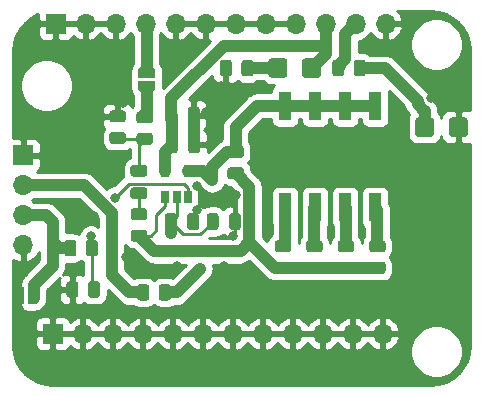
<source format=gbr>
%TF.GenerationSoftware,KiCad,Pcbnew,(5.1.9)-1*%
%TF.CreationDate,2021-10-14T16:01:29-04:00*%
%TF.ProjectId,ModularPreamp,4d6f6475-6c61-4725-9072-65616d702e6b,rev?*%
%TF.SameCoordinates,Original*%
%TF.FileFunction,Copper,L1,Top*%
%TF.FilePolarity,Positive*%
%FSLAX46Y46*%
G04 Gerber Fmt 4.6, Leading zero omitted, Abs format (unit mm)*
G04 Created by KiCad (PCBNEW (5.1.9)-1) date 2021-10-14 16:01:29*
%MOMM*%
%LPD*%
G01*
G04 APERTURE LIST*
%TA.AperFunction,SMDPad,CuDef*%
%ADD10C,0.100000*%
%TD*%
%TA.AperFunction,ComponentPad*%
%ADD11O,1.700000X1.700000*%
%TD*%
%TA.AperFunction,ComponentPad*%
%ADD12R,1.700000X1.700000*%
%TD*%
%TA.AperFunction,SMDPad,CuDef*%
%ADD13R,1.120000X2.440000*%
%TD*%
%TA.AperFunction,SMDPad,CuDef*%
%ADD14R,0.650000X1.060000*%
%TD*%
%TA.AperFunction,ViaPad*%
%ADD15C,0.800000*%
%TD*%
%TA.AperFunction,Conductor*%
%ADD16C,1.000000*%
%TD*%
%TA.AperFunction,Conductor*%
%ADD17C,0.250000*%
%TD*%
%TA.AperFunction,Conductor*%
%ADD18C,0.254000*%
%TD*%
%TA.AperFunction,Conductor*%
%ADD19C,0.100000*%
%TD*%
G04 APERTURE END LIST*
%TA.AperFunction,SMDPad,CuDef*%
D10*
%TO.P,JP1,2*%
%TO.N,Optional_In+*%
G36*
X147400000Y-111000602D02*
G01*
X147424534Y-111000602D01*
X147473365Y-111005412D01*
X147521490Y-111014984D01*
X147568445Y-111029228D01*
X147613778Y-111048005D01*
X147657051Y-111071136D01*
X147697850Y-111098396D01*
X147735779Y-111129524D01*
X147770476Y-111164221D01*
X147801604Y-111202150D01*
X147828864Y-111242949D01*
X147851995Y-111286222D01*
X147870772Y-111331555D01*
X147885016Y-111378510D01*
X147894588Y-111426635D01*
X147899398Y-111475466D01*
X147899398Y-111500000D01*
X147900000Y-111500000D01*
X147900000Y-112000000D01*
X147899398Y-112000000D01*
X147899398Y-112024534D01*
X147894588Y-112073365D01*
X147885016Y-112121490D01*
X147870772Y-112168445D01*
X147851995Y-112213778D01*
X147828864Y-112257051D01*
X147801604Y-112297850D01*
X147770476Y-112335779D01*
X147735779Y-112370476D01*
X147697850Y-112401604D01*
X147657051Y-112428864D01*
X147613778Y-112451995D01*
X147568445Y-112470772D01*
X147521490Y-112485016D01*
X147473365Y-112494588D01*
X147424534Y-112499398D01*
X147400000Y-112499398D01*
X147400000Y-112500000D01*
X146900000Y-112500000D01*
X146900000Y-111000000D01*
X147400000Y-111000000D01*
X147400000Y-111000602D01*
G37*
%TD.AperFunction*%
%TA.AperFunction,SMDPad,CuDef*%
%TO.P,JP1,1*%
%TO.N,GND*%
G36*
X146600000Y-112500000D02*
G01*
X146100000Y-112500000D01*
X146100000Y-112499398D01*
X146075466Y-112499398D01*
X146026635Y-112494588D01*
X145978510Y-112485016D01*
X145931555Y-112470772D01*
X145886222Y-112451995D01*
X145842949Y-112428864D01*
X145802150Y-112401604D01*
X145764221Y-112370476D01*
X145729524Y-112335779D01*
X145698396Y-112297850D01*
X145671136Y-112257051D01*
X145648005Y-112213778D01*
X145629228Y-112168445D01*
X145614984Y-112121490D01*
X145605412Y-112073365D01*
X145600602Y-112024534D01*
X145600602Y-112000000D01*
X145600000Y-112000000D01*
X145600000Y-111500000D01*
X145600602Y-111500000D01*
X145600602Y-111475466D01*
X145605412Y-111426635D01*
X145614984Y-111378510D01*
X145629228Y-111331555D01*
X145648005Y-111286222D01*
X145671136Y-111242949D01*
X145698396Y-111202150D01*
X145729524Y-111164221D01*
X145764221Y-111129524D01*
X145802150Y-111098396D01*
X145842949Y-111071136D01*
X145886222Y-111048005D01*
X145931555Y-111029228D01*
X145978510Y-111014984D01*
X146026635Y-111005412D01*
X146075466Y-111000602D01*
X146100000Y-111000602D01*
X146100000Y-111000000D01*
X146600000Y-111000000D01*
X146600000Y-112500000D01*
G37*
%TD.AperFunction*%
%TD*%
%TO.P,R9,2*%
%TO.N,Net-(D2-Pad1)*%
%TA.AperFunction,SMDPad,CuDef*%
G36*
G01*
X174487500Y-92950002D02*
X174487500Y-92049998D01*
G75*
G02*
X174737498Y-91800000I249998J0D01*
G01*
X175262502Y-91800000D01*
G75*
G02*
X175512500Y-92049998I0J-249998D01*
G01*
X175512500Y-92950002D01*
G75*
G02*
X175262502Y-93200000I-249998J0D01*
G01*
X174737498Y-93200000D01*
G75*
G02*
X174487500Y-92950002I0J249998D01*
G01*
G37*
%TD.AperFunction*%
%TO.P,R9,1*%
%TO.N,-5V*%
%TA.AperFunction,SMDPad,CuDef*%
G36*
G01*
X172662500Y-92950002D02*
X172662500Y-92049998D01*
G75*
G02*
X172912498Y-91800000I249998J0D01*
G01*
X173437502Y-91800000D01*
G75*
G02*
X173687500Y-92049998I0J-249998D01*
G01*
X173687500Y-92950002D01*
G75*
G02*
X173437502Y-93200000I-249998J0D01*
G01*
X172912498Y-93200000D01*
G75*
G02*
X172662500Y-92950002I0J249998D01*
G01*
G37*
%TD.AperFunction*%
%TD*%
%TO.P,R8,2*%
%TO.N,Net-(D1-Pad1)*%
%TA.AperFunction,SMDPad,CuDef*%
G36*
G01*
X164987500Y-92950002D02*
X164987500Y-92049998D01*
G75*
G02*
X165237498Y-91800000I249998J0D01*
G01*
X165762502Y-91800000D01*
G75*
G02*
X166012500Y-92049998I0J-249998D01*
G01*
X166012500Y-92950002D01*
G75*
G02*
X165762502Y-93200000I-249998J0D01*
G01*
X165237498Y-93200000D01*
G75*
G02*
X164987500Y-92950002I0J249998D01*
G01*
G37*
%TD.AperFunction*%
%TO.P,R8,1*%
%TO.N,GND*%
%TA.AperFunction,SMDPad,CuDef*%
G36*
G01*
X163162500Y-92950002D02*
X163162500Y-92049998D01*
G75*
G02*
X163412498Y-91800000I249998J0D01*
G01*
X163937502Y-91800000D01*
G75*
G02*
X164187500Y-92049998I0J-249998D01*
G01*
X164187500Y-92950002D01*
G75*
G02*
X163937502Y-93200000I-249998J0D01*
G01*
X163412498Y-93200000D01*
G75*
G02*
X163162500Y-92950002I0J249998D01*
G01*
G37*
%TD.AperFunction*%
%TD*%
%TO.P,R7,2*%
%TO.N,GND*%
%TA.AperFunction,SMDPad,CuDef*%
G36*
G01*
X151187500Y-110799998D02*
X151187500Y-111700002D01*
G75*
G02*
X150937502Y-111950000I-249998J0D01*
G01*
X150412498Y-111950000D01*
G75*
G02*
X150162500Y-111700002I0J249998D01*
G01*
X150162500Y-110799998D01*
G75*
G02*
X150412498Y-110550000I249998J0D01*
G01*
X150937502Y-110550000D01*
G75*
G02*
X151187500Y-110799998I0J-249998D01*
G01*
G37*
%TD.AperFunction*%
%TO.P,R7,1*%
%TO.N,Net-(R6-Pad1)*%
%TA.AperFunction,SMDPad,CuDef*%
G36*
G01*
X153012500Y-110799998D02*
X153012500Y-111700002D01*
G75*
G02*
X152762502Y-111950000I-249998J0D01*
G01*
X152237498Y-111950000D01*
G75*
G02*
X151987500Y-111700002I0J249998D01*
G01*
X151987500Y-110799998D01*
G75*
G02*
X152237498Y-110550000I249998J0D01*
G01*
X152762502Y-110550000D01*
G75*
G02*
X153012500Y-110799998I0J-249998D01*
G01*
G37*
%TD.AperFunction*%
%TD*%
%TO.P,R6,2*%
%TO.N,Optional_In+*%
%TA.AperFunction,SMDPad,CuDef*%
G36*
G01*
X151012500Y-107299998D02*
X151012500Y-108200002D01*
G75*
G02*
X150762502Y-108450000I-249998J0D01*
G01*
X150237498Y-108450000D01*
G75*
G02*
X149987500Y-108200002I0J249998D01*
G01*
X149987500Y-107299998D01*
G75*
G02*
X150237498Y-107050000I249998J0D01*
G01*
X150762502Y-107050000D01*
G75*
G02*
X151012500Y-107299998I0J-249998D01*
G01*
G37*
%TD.AperFunction*%
%TO.P,R6,1*%
%TO.N,Net-(R6-Pad1)*%
%TA.AperFunction,SMDPad,CuDef*%
G36*
G01*
X152837500Y-107299998D02*
X152837500Y-108200002D01*
G75*
G02*
X152587502Y-108450000I-249998J0D01*
G01*
X152062498Y-108450000D01*
G75*
G02*
X151812500Y-108200002I0J249998D01*
G01*
X151812500Y-107299998D01*
G75*
G02*
X152062498Y-107050000I249998J0D01*
G01*
X152587502Y-107050000D01*
G75*
G02*
X152837500Y-107299998I0J-249998D01*
G01*
G37*
%TD.AperFunction*%
%TD*%
D11*
%TO.P,J1,4*%
%TO.N,GND*%
X146500000Y-107500000D03*
%TO.P,J1,3*%
%TO.N,Optional_In+*%
X146500000Y-104960000D03*
%TO.P,J1,2*%
%TO.N,Sum*%
X146500000Y-102420000D03*
D12*
%TO.P,J1,1*%
%TO.N,GND*%
X146500000Y-99880000D03*
%TD*%
%TO.P,D2,2*%
%TO.N,GND*%
%TA.AperFunction,SMDPad,CuDef*%
G36*
G01*
X182550000Y-98075000D02*
X182550000Y-96925000D01*
G75*
G02*
X182800000Y-96675000I250000J0D01*
G01*
X183900000Y-96675000D01*
G75*
G02*
X184150000Y-96925000I0J-250000D01*
G01*
X184150000Y-98075000D01*
G75*
G02*
X183900000Y-98325000I-250000J0D01*
G01*
X182800000Y-98325000D01*
G75*
G02*
X182550000Y-98075000I0J250000D01*
G01*
G37*
%TD.AperFunction*%
%TO.P,D2,1*%
%TO.N,Net-(D2-Pad1)*%
%TA.AperFunction,SMDPad,CuDef*%
G36*
G01*
X179700000Y-98075000D02*
X179700000Y-96925000D01*
G75*
G02*
X179950000Y-96675000I250000J0D01*
G01*
X181050000Y-96675000D01*
G75*
G02*
X181300000Y-96925000I0J-250000D01*
G01*
X181300000Y-98075000D01*
G75*
G02*
X181050000Y-98325000I-250000J0D01*
G01*
X179950000Y-98325000D01*
G75*
G02*
X179700000Y-98075000I0J250000D01*
G01*
G37*
%TD.AperFunction*%
%TD*%
%TO.P,D1,2*%
%TO.N,+5V*%
%TA.AperFunction,SMDPad,CuDef*%
G36*
G01*
X170125000Y-93075000D02*
X170125000Y-91925000D01*
G75*
G02*
X170375000Y-91675000I250000J0D01*
G01*
X171475000Y-91675000D01*
G75*
G02*
X171725000Y-91925000I0J-250000D01*
G01*
X171725000Y-93075000D01*
G75*
G02*
X171475000Y-93325000I-250000J0D01*
G01*
X170375000Y-93325000D01*
G75*
G02*
X170125000Y-93075000I0J250000D01*
G01*
G37*
%TD.AperFunction*%
%TO.P,D1,1*%
%TO.N,Net-(D1-Pad1)*%
%TA.AperFunction,SMDPad,CuDef*%
G36*
G01*
X167275000Y-93075000D02*
X167275000Y-91925000D01*
G75*
G02*
X167525000Y-91675000I250000J0D01*
G01*
X168625000Y-91675000D01*
G75*
G02*
X168875000Y-91925000I0J-250000D01*
G01*
X168875000Y-93075000D01*
G75*
G02*
X168625000Y-93325000I-250000J0D01*
G01*
X167525000Y-93325000D01*
G75*
G02*
X167275000Y-93075000I0J250000D01*
G01*
G37*
%TD.AperFunction*%
%TD*%
%TO.P,C6,2*%
%TO.N,-5V*%
%TA.AperFunction,SMDPad,CuDef*%
G36*
G01*
X159500000Y-105025000D02*
X159500000Y-105975000D01*
G75*
G02*
X159250000Y-106225000I-250000J0D01*
G01*
X158750000Y-106225000D01*
G75*
G02*
X158500000Y-105975000I0J250000D01*
G01*
X158500000Y-105025000D01*
G75*
G02*
X158750000Y-104775000I250000J0D01*
G01*
X159250000Y-104775000D01*
G75*
G02*
X159500000Y-105025000I0J-250000D01*
G01*
G37*
%TD.AperFunction*%
%TO.P,C6,1*%
%TO.N,GND*%
%TA.AperFunction,SMDPad,CuDef*%
G36*
G01*
X161400000Y-105025000D02*
X161400000Y-105975000D01*
G75*
G02*
X161150000Y-106225000I-250000J0D01*
G01*
X160650000Y-106225000D01*
G75*
G02*
X160400000Y-105975000I0J250000D01*
G01*
X160400000Y-105025000D01*
G75*
G02*
X160650000Y-104775000I250000J0D01*
G01*
X161150000Y-104775000D01*
G75*
G02*
X161400000Y-105025000I0J-250000D01*
G01*
G37*
%TD.AperFunction*%
%TD*%
%TO.P,C5,2*%
%TO.N,-5V*%
%TA.AperFunction,SMDPad,CuDef*%
G36*
G01*
X163050000Y-105025000D02*
X163050000Y-105975000D01*
G75*
G02*
X162800000Y-106225000I-250000J0D01*
G01*
X162300000Y-106225000D01*
G75*
G02*
X162050000Y-105975000I0J250000D01*
G01*
X162050000Y-105025000D01*
G75*
G02*
X162300000Y-104775000I250000J0D01*
G01*
X162800000Y-104775000D01*
G75*
G02*
X163050000Y-105025000I0J-250000D01*
G01*
G37*
%TD.AperFunction*%
%TO.P,C5,1*%
%TO.N,GND*%
%TA.AperFunction,SMDPad,CuDef*%
G36*
G01*
X164950000Y-105025000D02*
X164950000Y-105975000D01*
G75*
G02*
X164700000Y-106225000I-250000J0D01*
G01*
X164200000Y-106225000D01*
G75*
G02*
X163950000Y-105975000I0J250000D01*
G01*
X163950000Y-105025000D01*
G75*
G02*
X164200000Y-104775000I250000J0D01*
G01*
X164700000Y-104775000D01*
G75*
G02*
X164950000Y-105025000I0J-250000D01*
G01*
G37*
%TD.AperFunction*%
%TD*%
%TO.P,C3,2*%
%TO.N,GND*%
%TA.AperFunction,SMDPad,CuDef*%
G36*
G01*
X160500000Y-99475000D02*
X160500000Y-98525000D01*
G75*
G02*
X160750000Y-98275000I250000J0D01*
G01*
X161250000Y-98275000D01*
G75*
G02*
X161500000Y-98525000I0J-250000D01*
G01*
X161500000Y-99475000D01*
G75*
G02*
X161250000Y-99725000I-250000J0D01*
G01*
X160750000Y-99725000D01*
G75*
G02*
X160500000Y-99475000I0J250000D01*
G01*
G37*
%TD.AperFunction*%
%TO.P,C3,1*%
%TO.N,+5V*%
%TA.AperFunction,SMDPad,CuDef*%
G36*
G01*
X158600000Y-99475000D02*
X158600000Y-98525000D01*
G75*
G02*
X158850000Y-98275000I250000J0D01*
G01*
X159350000Y-98275000D01*
G75*
G02*
X159600000Y-98525000I0J-250000D01*
G01*
X159600000Y-99475000D01*
G75*
G02*
X159350000Y-99725000I-250000J0D01*
G01*
X158850000Y-99725000D01*
G75*
G02*
X158600000Y-99475000I0J250000D01*
G01*
G37*
%TD.AperFunction*%
%TD*%
%TO.P,C1,2*%
%TO.N,GND*%
%TA.AperFunction,SMDPad,CuDef*%
G36*
G01*
X160450000Y-96975000D02*
X160450000Y-96025000D01*
G75*
G02*
X160700000Y-95775000I250000J0D01*
G01*
X161200000Y-95775000D01*
G75*
G02*
X161450000Y-96025000I0J-250000D01*
G01*
X161450000Y-96975000D01*
G75*
G02*
X161200000Y-97225000I-250000J0D01*
G01*
X160700000Y-97225000D01*
G75*
G02*
X160450000Y-96975000I0J250000D01*
G01*
G37*
%TD.AperFunction*%
%TO.P,C1,1*%
%TO.N,+5V*%
%TA.AperFunction,SMDPad,CuDef*%
G36*
G01*
X158550000Y-96975000D02*
X158550000Y-96025000D01*
G75*
G02*
X158800000Y-95775000I250000J0D01*
G01*
X159300000Y-95775000D01*
G75*
G02*
X159550000Y-96025000I0J-250000D01*
G01*
X159550000Y-96975000D01*
G75*
G02*
X159300000Y-97225000I-250000J0D01*
G01*
X158800000Y-97225000D01*
G75*
G02*
X158550000Y-96975000I0J250000D01*
G01*
G37*
%TD.AperFunction*%
%TD*%
%TO.P,R5,2*%
%TO.N,Net-(R33-Pad1)*%
%TA.AperFunction,SMDPad,CuDef*%
G36*
G01*
X164950002Y-100100000D02*
X164049998Y-100100000D01*
G75*
G02*
X163800000Y-99850002I0J249998D01*
G01*
X163800000Y-99324998D01*
G75*
G02*
X164049998Y-99075000I249998J0D01*
G01*
X164950002Y-99075000D01*
G75*
G02*
X165200000Y-99324998I0J-249998D01*
G01*
X165200000Y-99850002D01*
G75*
G02*
X164950002Y-100100000I-249998J0D01*
G01*
G37*
%TD.AperFunction*%
%TO.P,R5,1*%
%TO.N,Net-(R1-Pad1)*%
%TA.AperFunction,SMDPad,CuDef*%
G36*
G01*
X164950002Y-101925000D02*
X164049998Y-101925000D01*
G75*
G02*
X163800000Y-101675002I0J249998D01*
G01*
X163800000Y-101149998D01*
G75*
G02*
X164049998Y-100900000I249998J0D01*
G01*
X164950002Y-100900000D01*
G75*
G02*
X165200000Y-101149998I0J-249998D01*
G01*
X165200000Y-101675002D01*
G75*
G02*
X164950002Y-101925000I-249998J0D01*
G01*
G37*
%TD.AperFunction*%
%TD*%
D13*
%TO.P,SW1,8*%
%TO.N,Net-(R1-Pad2)*%
X176310000Y-104305000D03*
%TO.P,SW1,4*%
%TO.N,Net-(R33-Pad1)*%
X168690000Y-95695000D03*
%TO.P,SW1,7*%
%TO.N,Net-(R2-Pad2)*%
X173770000Y-104305000D03*
%TO.P,SW1,3*%
%TO.N,Net-(R33-Pad1)*%
X171230000Y-95695000D03*
%TO.P,SW1,6*%
%TO.N,Net-(R3-Pad2)*%
X171230000Y-104305000D03*
%TO.P,SW1,2*%
%TO.N,Net-(R33-Pad1)*%
X173770000Y-95695000D03*
%TO.P,SW1,5*%
%TO.N,Net-(R4-Pad2)*%
X168690000Y-104305000D03*
%TO.P,SW1,1*%
%TO.N,Net-(R33-Pad1)*%
X176310000Y-95695000D03*
%TD*%
%TO.P,R1,2*%
%TO.N,Net-(R1-Pad2)*%
%TA.AperFunction,SMDPad,CuDef*%
G36*
G01*
X176950002Y-108100000D02*
X176049998Y-108100000D01*
G75*
G02*
X175800000Y-107850002I0J249998D01*
G01*
X175800000Y-107324998D01*
G75*
G02*
X176049998Y-107075000I249998J0D01*
G01*
X176950002Y-107075000D01*
G75*
G02*
X177200000Y-107324998I0J-249998D01*
G01*
X177200000Y-107850002D01*
G75*
G02*
X176950002Y-108100000I-249998J0D01*
G01*
G37*
%TD.AperFunction*%
%TO.P,R1,1*%
%TO.N,Net-(R1-Pad1)*%
%TA.AperFunction,SMDPad,CuDef*%
G36*
G01*
X176950002Y-109925000D02*
X176049998Y-109925000D01*
G75*
G02*
X175800000Y-109675002I0J249998D01*
G01*
X175800000Y-109149998D01*
G75*
G02*
X176049998Y-108900000I249998J0D01*
G01*
X176950002Y-108900000D01*
G75*
G02*
X177200000Y-109149998I0J-249998D01*
G01*
X177200000Y-109675002D01*
G75*
G02*
X176950002Y-109925000I-249998J0D01*
G01*
G37*
%TD.AperFunction*%
%TD*%
%TO.P,R2,2*%
%TO.N,Net-(R2-Pad2)*%
%TA.AperFunction,SMDPad,CuDef*%
G36*
G01*
X174283334Y-108100000D02*
X173383330Y-108100000D01*
G75*
G02*
X173133332Y-107850002I0J249998D01*
G01*
X173133332Y-107324998D01*
G75*
G02*
X173383330Y-107075000I249998J0D01*
G01*
X174283334Y-107075000D01*
G75*
G02*
X174533332Y-107324998I0J-249998D01*
G01*
X174533332Y-107850002D01*
G75*
G02*
X174283334Y-108100000I-249998J0D01*
G01*
G37*
%TD.AperFunction*%
%TO.P,R2,1*%
%TO.N,Net-(R1-Pad1)*%
%TA.AperFunction,SMDPad,CuDef*%
G36*
G01*
X174283334Y-109925000D02*
X173383330Y-109925000D01*
G75*
G02*
X173133332Y-109675002I0J249998D01*
G01*
X173133332Y-109149998D01*
G75*
G02*
X173383330Y-108900000I249998J0D01*
G01*
X174283334Y-108900000D01*
G75*
G02*
X174533332Y-109149998I0J-249998D01*
G01*
X174533332Y-109675002D01*
G75*
G02*
X174283334Y-109925000I-249998J0D01*
G01*
G37*
%TD.AperFunction*%
%TD*%
%TO.P,R3,2*%
%TO.N,Net-(R3-Pad2)*%
%TA.AperFunction,SMDPad,CuDef*%
G36*
G01*
X171616668Y-108100000D02*
X170716664Y-108100000D01*
G75*
G02*
X170466666Y-107850002I0J249998D01*
G01*
X170466666Y-107324998D01*
G75*
G02*
X170716664Y-107075000I249998J0D01*
G01*
X171616668Y-107075000D01*
G75*
G02*
X171866666Y-107324998I0J-249998D01*
G01*
X171866666Y-107850002D01*
G75*
G02*
X171616668Y-108100000I-249998J0D01*
G01*
G37*
%TD.AperFunction*%
%TO.P,R3,1*%
%TO.N,Net-(R1-Pad1)*%
%TA.AperFunction,SMDPad,CuDef*%
G36*
G01*
X171616668Y-109925000D02*
X170716664Y-109925000D01*
G75*
G02*
X170466666Y-109675002I0J249998D01*
G01*
X170466666Y-109149998D01*
G75*
G02*
X170716664Y-108900000I249998J0D01*
G01*
X171616668Y-108900000D01*
G75*
G02*
X171866666Y-109149998I0J-249998D01*
G01*
X171866666Y-109675002D01*
G75*
G02*
X171616668Y-109925000I-249998J0D01*
G01*
G37*
%TD.AperFunction*%
%TD*%
%TO.P,R4,2*%
%TO.N,Net-(R4-Pad2)*%
%TA.AperFunction,SMDPad,CuDef*%
G36*
G01*
X168950002Y-108100000D02*
X168049998Y-108100000D01*
G75*
G02*
X167800000Y-107850002I0J249998D01*
G01*
X167800000Y-107324998D01*
G75*
G02*
X168049998Y-107075000I249998J0D01*
G01*
X168950002Y-107075000D01*
G75*
G02*
X169200000Y-107324998I0J-249998D01*
G01*
X169200000Y-107850002D01*
G75*
G02*
X168950002Y-108100000I-249998J0D01*
G01*
G37*
%TD.AperFunction*%
%TO.P,R4,1*%
%TO.N,Net-(R1-Pad1)*%
%TA.AperFunction,SMDPad,CuDef*%
G36*
G01*
X168950002Y-109925000D02*
X168049998Y-109925000D01*
G75*
G02*
X167800000Y-109675002I0J249998D01*
G01*
X167800000Y-109149998D01*
G75*
G02*
X168049998Y-108900000I249998J0D01*
G01*
X168950002Y-108900000D01*
G75*
G02*
X169200000Y-109149998I0J-249998D01*
G01*
X169200000Y-109675002D01*
G75*
G02*
X168950002Y-109925000I-249998J0D01*
G01*
G37*
%TD.AperFunction*%
%TD*%
D11*
%TO.P,J18,12*%
%TO.N,GND*%
X177190000Y-88750000D03*
%TO.P,J18,11*%
%TO.N,-5V*%
X174650000Y-88750000D03*
%TO.P,J18,10*%
%TO.N,+5V*%
X172110000Y-88750000D03*
%TO.P,J18,9*%
%TO.N,GND*%
X169570000Y-88750000D03*
%TO.P,J18,8*%
X167030000Y-88750000D03*
%TO.P,J18,7*%
X164490000Y-88750000D03*
%TO.P,J18,6*%
X161950000Y-88750000D03*
%TO.P,J18,5*%
X159410000Y-88750000D03*
%TO.P,J18,4*%
%TO.N,SumOut*%
X156870000Y-88750000D03*
%TO.P,J18,3*%
%TO.N,GND*%
X154330000Y-88750000D03*
%TO.P,J18,2*%
X151790000Y-88750000D03*
D12*
%TO.P,J18,1*%
X149250000Y-88750000D03*
%TD*%
D11*
%TO.P,J22,12*%
%TO.N,GND*%
X176940000Y-115000000D03*
%TO.P,J22,11*%
X174400000Y-115000000D03*
%TO.P,J22,10*%
X171860000Y-115000000D03*
%TO.P,J22,9*%
X169320000Y-115000000D03*
%TO.P,J22,8*%
X166780000Y-115000000D03*
%TO.P,J22,7*%
X164240000Y-115000000D03*
%TO.P,J22,6*%
X161700000Y-115000000D03*
%TO.P,J22,5*%
X159160000Y-115000000D03*
%TO.P,J22,4*%
X156620000Y-115000000D03*
%TO.P,J22,3*%
X154080000Y-115000000D03*
%TO.P,J22,2*%
X151540000Y-115000000D03*
D12*
%TO.P,J22,1*%
X149000000Y-115000000D03*
%TD*%
%TA.AperFunction,SMDPad,CuDef*%
D10*
%TO.P,JP6,2*%
%TO.N,SumOut*%
G36*
X156200602Y-92800000D02*
G01*
X156200602Y-92775466D01*
X156205412Y-92726635D01*
X156214984Y-92678510D01*
X156229228Y-92631555D01*
X156248005Y-92586222D01*
X156271136Y-92542949D01*
X156298396Y-92502150D01*
X156329524Y-92464221D01*
X156364221Y-92429524D01*
X156402150Y-92398396D01*
X156442949Y-92371136D01*
X156486222Y-92348005D01*
X156531555Y-92329228D01*
X156578510Y-92314984D01*
X156626635Y-92305412D01*
X156675466Y-92300602D01*
X156700000Y-92300602D01*
X156700000Y-92300000D01*
X157200000Y-92300000D01*
X157200000Y-92300602D01*
X157224534Y-92300602D01*
X157273365Y-92305412D01*
X157321490Y-92314984D01*
X157368445Y-92329228D01*
X157413778Y-92348005D01*
X157457051Y-92371136D01*
X157497850Y-92398396D01*
X157535779Y-92429524D01*
X157570476Y-92464221D01*
X157601604Y-92502150D01*
X157628864Y-92542949D01*
X157651995Y-92586222D01*
X157670772Y-92631555D01*
X157685016Y-92678510D01*
X157694588Y-92726635D01*
X157699398Y-92775466D01*
X157699398Y-92800000D01*
X157700000Y-92800000D01*
X157700000Y-93300000D01*
X156200000Y-93300000D01*
X156200000Y-92800000D01*
X156200602Y-92800000D01*
G37*
%TD.AperFunction*%
%TA.AperFunction,SMDPad,CuDef*%
%TO.P,JP6,1*%
%TO.N,Net-(JP6-Pad1)*%
G36*
X157700000Y-93600000D02*
G01*
X157700000Y-94100000D01*
X157699398Y-94100000D01*
X157699398Y-94124534D01*
X157694588Y-94173365D01*
X157685016Y-94221490D01*
X157670772Y-94268445D01*
X157651995Y-94313778D01*
X157628864Y-94357051D01*
X157601604Y-94397850D01*
X157570476Y-94435779D01*
X157535779Y-94470476D01*
X157497850Y-94501604D01*
X157457051Y-94528864D01*
X157413778Y-94551995D01*
X157368445Y-94570772D01*
X157321490Y-94585016D01*
X157273365Y-94594588D01*
X157224534Y-94599398D01*
X157200000Y-94599398D01*
X157200000Y-94600000D01*
X156700000Y-94600000D01*
X156700000Y-94599398D01*
X156675466Y-94599398D01*
X156626635Y-94594588D01*
X156578510Y-94585016D01*
X156531555Y-94570772D01*
X156486222Y-94551995D01*
X156442949Y-94528864D01*
X156402150Y-94501604D01*
X156364221Y-94470476D01*
X156329524Y-94435779D01*
X156298396Y-94397850D01*
X156271136Y-94357051D01*
X156248005Y-94313778D01*
X156229228Y-94268445D01*
X156214984Y-94221490D01*
X156205412Y-94173365D01*
X156200602Y-94124534D01*
X156200602Y-94100000D01*
X156200000Y-94100000D01*
X156200000Y-93600000D01*
X157700000Y-93600000D01*
G37*
%TD.AperFunction*%
%TD*%
D14*
%TO.P,U4,5*%
%TO.N,+5V*%
X158550000Y-101200000D03*
%TO.P,U4,4*%
%TO.N,Net-(R33-Pad1)*%
X160450000Y-101200000D03*
%TO.P,U4,3*%
%TO.N,Net-(R6-Pad1)*%
X160450000Y-103400000D03*
%TO.P,U4,2*%
%TO.N,-5V*%
X159500000Y-103400000D03*
%TO.P,U4,1*%
%TO.N,Net-(R1-Pad1)*%
X158550000Y-103400000D03*
%TD*%
%TO.P,R38,2*%
%TO.N,Net-(C21-Pad1)*%
%TA.AperFunction,SMDPad,CuDef*%
G36*
G01*
X156349998Y-97987500D02*
X157250002Y-97987500D01*
G75*
G02*
X157500000Y-98237498I0J-249998D01*
G01*
X157500000Y-98762502D01*
G75*
G02*
X157250002Y-99012500I-249998J0D01*
G01*
X156349998Y-99012500D01*
G75*
G02*
X156100000Y-98762502I0J249998D01*
G01*
X156100000Y-98237498D01*
G75*
G02*
X156349998Y-97987500I249998J0D01*
G01*
G37*
%TD.AperFunction*%
%TO.P,R38,1*%
%TO.N,Net-(JP6-Pad1)*%
%TA.AperFunction,SMDPad,CuDef*%
G36*
G01*
X156349998Y-96162500D02*
X157250002Y-96162500D01*
G75*
G02*
X157500000Y-96412498I0J-249998D01*
G01*
X157500000Y-96937502D01*
G75*
G02*
X157250002Y-97187500I-249998J0D01*
G01*
X156349998Y-97187500D01*
G75*
G02*
X156100000Y-96937502I0J249998D01*
G01*
X156100000Y-96412498D01*
G75*
G02*
X156349998Y-96162500I249998J0D01*
G01*
G37*
%TD.AperFunction*%
%TD*%
%TO.P,R37,2*%
%TO.N,Net-(C21-Pad1)*%
%TA.AperFunction,SMDPad,CuDef*%
G36*
G01*
X154049998Y-97900000D02*
X154950002Y-97900000D01*
G75*
G02*
X155200000Y-98149998I0J-249998D01*
G01*
X155200000Y-98675002D01*
G75*
G02*
X154950002Y-98925000I-249998J0D01*
G01*
X154049998Y-98925000D01*
G75*
G02*
X153800000Y-98675002I0J249998D01*
G01*
X153800000Y-98149998D01*
G75*
G02*
X154049998Y-97900000I249998J0D01*
G01*
G37*
%TD.AperFunction*%
%TO.P,R37,1*%
%TO.N,GND*%
%TA.AperFunction,SMDPad,CuDef*%
G36*
G01*
X154049998Y-96075000D02*
X154950002Y-96075000D01*
G75*
G02*
X155200000Y-96324998I0J-249998D01*
G01*
X155200000Y-96850002D01*
G75*
G02*
X154950002Y-97100000I-249998J0D01*
G01*
X154049998Y-97100000D01*
G75*
G02*
X153800000Y-96850002I0J249998D01*
G01*
X153800000Y-96324998D01*
G75*
G02*
X154049998Y-96075000I249998J0D01*
G01*
G37*
%TD.AperFunction*%
%TD*%
%TO.P,R36,2*%
%TO.N,Net-(R1-Pad1)*%
%TA.AperFunction,SMDPad,CuDef*%
G36*
G01*
X155849998Y-106187500D02*
X156750002Y-106187500D01*
G75*
G02*
X157000000Y-106437498I0J-249998D01*
G01*
X157000000Y-106962502D01*
G75*
G02*
X156750002Y-107212500I-249998J0D01*
G01*
X155849998Y-107212500D01*
G75*
G02*
X155600000Y-106962502I0J249998D01*
G01*
X155600000Y-106437498D01*
G75*
G02*
X155849998Y-106187500I249998J0D01*
G01*
G37*
%TD.AperFunction*%
%TO.P,R36,1*%
%TO.N,Net-(C21-Pad2)*%
%TA.AperFunction,SMDPad,CuDef*%
G36*
G01*
X155849998Y-104362500D02*
X156750002Y-104362500D01*
G75*
G02*
X157000000Y-104612498I0J-249998D01*
G01*
X157000000Y-105137502D01*
G75*
G02*
X156750002Y-105387500I-249998J0D01*
G01*
X155849998Y-105387500D01*
G75*
G02*
X155600000Y-105137502I0J249998D01*
G01*
X155600000Y-104612498D01*
G75*
G02*
X155849998Y-104362500I249998J0D01*
G01*
G37*
%TD.AperFunction*%
%TD*%
%TO.P,R33,2*%
%TO.N,Sum*%
%TA.AperFunction,SMDPad,CuDef*%
G36*
G01*
X157187500Y-111049998D02*
X157187500Y-111950002D01*
G75*
G02*
X156937502Y-112200000I-249998J0D01*
G01*
X156412498Y-112200000D01*
G75*
G02*
X156162500Y-111950002I0J249998D01*
G01*
X156162500Y-111049998D01*
G75*
G02*
X156412498Y-110800000I249998J0D01*
G01*
X156937502Y-110800000D01*
G75*
G02*
X157187500Y-111049998I0J-249998D01*
G01*
G37*
%TD.AperFunction*%
%TO.P,R33,1*%
%TO.N,Net-(R33-Pad1)*%
%TA.AperFunction,SMDPad,CuDef*%
G36*
G01*
X159012500Y-111049998D02*
X159012500Y-111950002D01*
G75*
G02*
X158762502Y-112200000I-249998J0D01*
G01*
X158237498Y-112200000D01*
G75*
G02*
X157987500Y-111950002I0J249998D01*
G01*
X157987500Y-111049998D01*
G75*
G02*
X158237498Y-110800000I249998J0D01*
G01*
X158762502Y-110800000D01*
G75*
G02*
X159012500Y-111049998I0J-249998D01*
G01*
G37*
%TD.AperFunction*%
%TD*%
%TO.P,C21,2*%
%TO.N,Net-(C21-Pad2)*%
%TA.AperFunction,SMDPad,CuDef*%
G36*
G01*
X155825000Y-102600000D02*
X156775000Y-102600000D01*
G75*
G02*
X157025000Y-102850000I0J-250000D01*
G01*
X157025000Y-103350000D01*
G75*
G02*
X156775000Y-103600000I-250000J0D01*
G01*
X155825000Y-103600000D01*
G75*
G02*
X155575000Y-103350000I0J250000D01*
G01*
X155575000Y-102850000D01*
G75*
G02*
X155825000Y-102600000I250000J0D01*
G01*
G37*
%TD.AperFunction*%
%TO.P,C21,1*%
%TO.N,Net-(C21-Pad1)*%
%TA.AperFunction,SMDPad,CuDef*%
G36*
G01*
X155825000Y-100700000D02*
X156775000Y-100700000D01*
G75*
G02*
X157025000Y-100950000I0J-250000D01*
G01*
X157025000Y-101450000D01*
G75*
G02*
X156775000Y-101700000I-250000J0D01*
G01*
X155825000Y-101700000D01*
G75*
G02*
X155575000Y-101450000I0J250000D01*
G01*
X155575000Y-100950000D01*
G75*
G02*
X155825000Y-100700000I250000J0D01*
G01*
G37*
%TD.AperFunction*%
%TD*%
D15*
%TO.N,GND*%
X155500000Y-91000000D03*
X158500000Y-91000000D03*
X155000000Y-95500000D03*
X147500000Y-97500000D03*
X161250000Y-104500000D03*
X164502497Y-103247659D03*
X164250000Y-106750000D03*
X163250000Y-94000000D03*
X162000000Y-96250000D03*
X150000000Y-104000000D03*
X152500000Y-105000000D03*
X155250000Y-108500000D03*
X159500000Y-109250000D03*
X156000000Y-110000000D03*
X154000000Y-112000000D03*
X165500000Y-109250000D03*
X163500000Y-109250000D03*
X167250000Y-105750000D03*
X177750000Y-111250000D03*
X175000000Y-111250000D03*
X172500000Y-111250000D03*
X169500000Y-111250000D03*
X161000000Y-90750000D03*
X162500000Y-98750000D03*
X164000000Y-95750000D03*
X161250000Y-102500000D03*
X158750000Y-93250000D03*
X166500000Y-94250000D03*
X161500000Y-94750000D03*
X172000000Y-101500000D03*
X176000000Y-101500000D03*
X174000000Y-101500000D03*
X172000000Y-98250000D03*
X174000000Y-98250000D03*
X176000000Y-98250000D03*
X168000000Y-98250000D03*
X166000000Y-98250000D03*
X170000000Y-98250000D03*
X168750000Y-101500000D03*
X166750000Y-101500000D03*
X170750000Y-101500000D03*
X149250000Y-100750000D03*
X153250000Y-100750000D03*
X151250000Y-100750000D03*
X183000000Y-110000000D03*
X183000000Y-105000000D03*
X183000000Y-100000000D03*
X183000000Y-95000000D03*
X181000000Y-110000000D03*
X181000000Y-105000000D03*
X181000000Y-100000000D03*
X181000000Y-95000000D03*
%TO.N,-5V*%
X159000000Y-106500000D03*
%TO.N,Net-(R33-Pad1)*%
X162500000Y-102000000D03*
X161500000Y-109500000D03*
%TO.N,Net-(R6-Pad1)*%
X152250000Y-106750000D03*
X154277825Y-103472175D03*
%TD*%
D16*
%TO.N,GND*%
X161000000Y-96550000D02*
X160950000Y-96500000D01*
X161000000Y-99000000D02*
X161000000Y-96550000D01*
D17*
X160900000Y-104850000D02*
X161250000Y-104500000D01*
X160900000Y-105500000D02*
X160900000Y-104850000D01*
X164525019Y-103270181D02*
X164502497Y-103247659D01*
X164525019Y-105424981D02*
X164525019Y-103270181D01*
X164450000Y-105500000D02*
X164525019Y-105424981D01*
X164450000Y-106550000D02*
X164250000Y-106750000D01*
X164450000Y-105500000D02*
X164450000Y-106550000D01*
X163675000Y-93575000D02*
X163250000Y-94000000D01*
X163675000Y-92500000D02*
X163675000Y-93575000D01*
X161750000Y-96500000D02*
X162000000Y-96250000D01*
X160950000Y-96500000D02*
X161750000Y-96500000D01*
D16*
%TO.N,+5V*%
X171860000Y-88500000D02*
X172110000Y-88750000D01*
X159100000Y-99000000D02*
X158500000Y-99600000D01*
X158500000Y-101150000D02*
X158550000Y-101200000D01*
X158500000Y-99600000D02*
X158500000Y-101150000D01*
X159100000Y-96550000D02*
X159050000Y-96500000D01*
X159100000Y-99000000D02*
X159100000Y-96550000D01*
X172110000Y-91315000D02*
X170925000Y-92500000D01*
X159050000Y-95068980D02*
X159050000Y-96500000D01*
X163508980Y-90610000D02*
X159050000Y-95068980D01*
X172110000Y-90610000D02*
X163508980Y-90610000D01*
X172110000Y-88750000D02*
X172110000Y-90610000D01*
X172110000Y-90610000D02*
X172110000Y-91315000D01*
%TO.N,-5V*%
X174400000Y-88500000D02*
X174650000Y-88750000D01*
X173310009Y-92364991D02*
X173310009Y-92189991D01*
X173175000Y-92500000D02*
X173310009Y-92364991D01*
X173787490Y-89612510D02*
X174650000Y-88750000D01*
X173787490Y-91712510D02*
X173787490Y-89612510D01*
X173310009Y-92189991D02*
X173787490Y-91712510D01*
D17*
X159500000Y-105000000D02*
X159500000Y-103400000D01*
X159000000Y-105500000D02*
X159500000Y-105000000D01*
X160050010Y-106550010D02*
X159000000Y-105500000D01*
X161499990Y-106550010D02*
X160050010Y-106550010D01*
X162550000Y-105500000D02*
X161499990Y-106550010D01*
D16*
X159000000Y-106500000D02*
X159000000Y-105500000D01*
%TO.N,Sum*%
X155500000Y-111500000D02*
X156675000Y-111500000D01*
X154000000Y-104750000D02*
X154000000Y-110000000D01*
X151670000Y-102420000D02*
X154000000Y-104750000D01*
X154000000Y-110000000D02*
X155500000Y-111500000D01*
X146500000Y-102420000D02*
X151670000Y-102420000D01*
D17*
%TO.N,Net-(C21-Pad2)*%
X156300000Y-104875000D02*
X156300000Y-103100000D01*
%TO.N,Net-(C21-Pad1)*%
X156300000Y-99000000D02*
X156800000Y-98500000D01*
X156300000Y-101200000D02*
X156300000Y-99000000D01*
X154587500Y-98500000D02*
X154500000Y-98412500D01*
X156800000Y-98500000D02*
X154587500Y-98500000D01*
D16*
%TO.N,SumOut*%
X156950000Y-88830000D02*
X156870000Y-88750000D01*
X156950000Y-92800000D02*
X156950000Y-88830000D01*
%TO.N,Net-(JP6-Pad1)*%
X156950000Y-96225000D02*
X156800000Y-96375000D01*
X156950000Y-94100000D02*
X156950000Y-96225000D01*
%TO.N,Net-(R1-Pad2)*%
X176500000Y-104495000D02*
X176310000Y-104305000D01*
X176500000Y-107587500D02*
X176500000Y-104495000D01*
D17*
%TO.N,Net-(R1-Pad1)*%
X157300000Y-106700000D02*
X156300000Y-106700000D01*
X157750000Y-106250000D02*
X157300000Y-106700000D01*
X157750000Y-104980000D02*
X157750000Y-106250000D01*
X158550000Y-104180000D02*
X157750000Y-104980000D01*
X158550000Y-103400000D02*
X158550000Y-104180000D01*
D16*
X176500000Y-109412500D02*
X173833332Y-109412500D01*
X173833332Y-109412500D02*
X170587500Y-109412500D01*
X170587500Y-109412500D02*
X168500000Y-109412500D01*
X171166666Y-109412500D02*
X170587500Y-109412500D01*
X165650010Y-102562510D02*
X164500000Y-101412500D01*
X165650010Y-107262510D02*
X165650010Y-102562510D01*
X167800000Y-109412500D02*
X165650010Y-107262510D01*
X168500000Y-109412500D02*
X167800000Y-109412500D01*
X164912520Y-108000000D02*
X165650010Y-107262510D01*
X157600000Y-108000000D02*
X164912520Y-108000000D01*
X156300000Y-106700000D02*
X157600000Y-108000000D01*
%TO.N,Net-(R2-Pad2)*%
X173833332Y-104368332D02*
X173770000Y-104305000D01*
X173833332Y-107587500D02*
X173833332Y-104368332D01*
%TO.N,Net-(R3-Pad2)*%
X171166666Y-104368334D02*
X171230000Y-104305000D01*
X171166666Y-107587500D02*
X171166666Y-104368334D01*
%TO.N,Net-(R4-Pad2)*%
X168690000Y-107397500D02*
X168500000Y-107587500D01*
X168690000Y-104305000D02*
X168690000Y-107397500D01*
%TO.N,Net-(R33-Pad1)*%
X163800000Y-99587500D02*
X164500000Y-99587500D01*
X162500000Y-100887500D02*
X163800000Y-99587500D01*
X162500000Y-102000000D02*
X162500000Y-100887500D01*
X164500000Y-99587500D02*
X164500000Y-97500000D01*
X166305000Y-95695000D02*
X168690000Y-95695000D01*
X164500000Y-97500000D02*
X166305000Y-95695000D01*
X168690000Y-95695000D02*
X171230000Y-95695000D01*
X171230000Y-95695000D02*
X173770000Y-95695000D01*
X176310000Y-95695000D02*
X173770000Y-95695000D01*
X161700000Y-101200000D02*
X162500000Y-102000000D01*
X160450000Y-101200000D02*
X161700000Y-101200000D01*
X158500000Y-111500000D02*
X159500000Y-111500000D01*
X159500000Y-111500000D02*
X161500000Y-109500000D01*
%TO.N,Net-(D1-Pad1)*%
X165500000Y-92500000D02*
X168075000Y-92500000D01*
%TO.N,Net-(D2-Pad1)*%
X177150000Y-92500000D02*
X175000000Y-92500000D01*
X179899999Y-95249999D02*
X177150000Y-92500000D01*
X179899999Y-95528001D02*
X179899999Y-95249999D01*
X180471999Y-96100001D02*
X179899999Y-95528001D01*
X180500000Y-96100001D02*
X180471999Y-96100001D01*
X180500000Y-97500000D02*
X180500000Y-96100001D01*
%TO.N,Optional_In+*%
X148460000Y-104960000D02*
X149000000Y-105500000D01*
X146500000Y-104960000D02*
X148460000Y-104960000D01*
X149500000Y-107750000D02*
X149000000Y-107250000D01*
X150500000Y-107750000D02*
X149500000Y-107750000D01*
X149000000Y-105750000D02*
X149000000Y-107250000D01*
D17*
X149000000Y-105500000D02*
X149000000Y-105750000D01*
D16*
X147400000Y-111750000D02*
X147400000Y-110850000D01*
X149000000Y-109250000D02*
X149000000Y-107250000D01*
X147400000Y-110850000D02*
X149000000Y-109250000D01*
D17*
%TO.N,Net-(R6-Pad1)*%
X152325000Y-111075000D02*
X152500000Y-111250000D01*
X152325000Y-107750000D02*
X152325000Y-111075000D01*
X152325000Y-107750000D02*
X152500000Y-107750000D01*
X160450000Y-102620000D02*
X160104990Y-102274990D01*
X160104990Y-102274990D02*
X155475010Y-102274990D01*
X155475010Y-102274990D02*
X154277825Y-103472175D01*
X160450000Y-103400000D02*
X160450000Y-102620000D01*
X152325000Y-106825000D02*
X152250000Y-106750000D01*
X152325000Y-107750000D02*
X152325000Y-106825000D01*
%TD*%
D18*
%TO.N,GND*%
X181648126Y-87726714D02*
X182271572Y-87914943D01*
X182846579Y-88220681D01*
X183351247Y-88632279D01*
X183766362Y-89134067D01*
X184076105Y-89706924D01*
X184268682Y-90329039D01*
X184340001Y-91007594D01*
X184340001Y-96069063D01*
X184274482Y-96049188D01*
X184150000Y-96036928D01*
X183635750Y-96040000D01*
X183477000Y-96198750D01*
X183477000Y-97373000D01*
X183497000Y-97373000D01*
X183497000Y-97627000D01*
X183477000Y-97627000D01*
X183477000Y-98801250D01*
X183635750Y-98960000D01*
X184150000Y-98963072D01*
X184274482Y-98950812D01*
X184340001Y-98930937D01*
X184340000Y-115967721D01*
X184273286Y-116648126D01*
X184085057Y-117271570D01*
X183779323Y-117846573D01*
X183367721Y-118351248D01*
X182865933Y-118766362D01*
X182293077Y-119076104D01*
X181670961Y-119268682D01*
X180992417Y-119340000D01*
X149032279Y-119340000D01*
X148351874Y-119273286D01*
X147728430Y-119085057D01*
X147153427Y-118779323D01*
X146648752Y-118367721D01*
X146233638Y-117865933D01*
X145923896Y-117293077D01*
X145731318Y-116670961D01*
X145660000Y-115992417D01*
X145660000Y-115850000D01*
X147511928Y-115850000D01*
X147524188Y-115974482D01*
X147560498Y-116094180D01*
X147619463Y-116204494D01*
X147698815Y-116301185D01*
X147795506Y-116380537D01*
X147905820Y-116439502D01*
X148025518Y-116475812D01*
X148150000Y-116488072D01*
X148714250Y-116485000D01*
X148873000Y-116326250D01*
X148873000Y-115127000D01*
X149127000Y-115127000D01*
X149127000Y-116326250D01*
X149285750Y-116485000D01*
X149850000Y-116488072D01*
X149974482Y-116475812D01*
X150094180Y-116439502D01*
X150204494Y-116380537D01*
X150301185Y-116301185D01*
X150380537Y-116204494D01*
X150439502Y-116094180D01*
X150463966Y-116013534D01*
X150539731Y-116097588D01*
X150773080Y-116271641D01*
X151035901Y-116396825D01*
X151183110Y-116441476D01*
X151413000Y-116320155D01*
X151413000Y-115127000D01*
X151667000Y-115127000D01*
X151667000Y-116320155D01*
X151896890Y-116441476D01*
X152044099Y-116396825D01*
X152306920Y-116271641D01*
X152540269Y-116097588D01*
X152735178Y-115881355D01*
X152810000Y-115755745D01*
X152884822Y-115881355D01*
X153079731Y-116097588D01*
X153313080Y-116271641D01*
X153575901Y-116396825D01*
X153723110Y-116441476D01*
X153953000Y-116320155D01*
X153953000Y-115127000D01*
X154207000Y-115127000D01*
X154207000Y-116320155D01*
X154436890Y-116441476D01*
X154584099Y-116396825D01*
X154846920Y-116271641D01*
X155080269Y-116097588D01*
X155275178Y-115881355D01*
X155350000Y-115755745D01*
X155424822Y-115881355D01*
X155619731Y-116097588D01*
X155853080Y-116271641D01*
X156115901Y-116396825D01*
X156263110Y-116441476D01*
X156493000Y-116320155D01*
X156493000Y-115127000D01*
X156747000Y-115127000D01*
X156747000Y-116320155D01*
X156976890Y-116441476D01*
X157124099Y-116396825D01*
X157386920Y-116271641D01*
X157620269Y-116097588D01*
X157815178Y-115881355D01*
X157890000Y-115755745D01*
X157964822Y-115881355D01*
X158159731Y-116097588D01*
X158393080Y-116271641D01*
X158655901Y-116396825D01*
X158803110Y-116441476D01*
X159033000Y-116320155D01*
X159033000Y-115127000D01*
X159287000Y-115127000D01*
X159287000Y-116320155D01*
X159516890Y-116441476D01*
X159664099Y-116396825D01*
X159926920Y-116271641D01*
X160160269Y-116097588D01*
X160355178Y-115881355D01*
X160430000Y-115755745D01*
X160504822Y-115881355D01*
X160699731Y-116097588D01*
X160933080Y-116271641D01*
X161195901Y-116396825D01*
X161343110Y-116441476D01*
X161573000Y-116320155D01*
X161573000Y-115127000D01*
X161827000Y-115127000D01*
X161827000Y-116320155D01*
X162056890Y-116441476D01*
X162204099Y-116396825D01*
X162466920Y-116271641D01*
X162700269Y-116097588D01*
X162895178Y-115881355D01*
X162970000Y-115755745D01*
X163044822Y-115881355D01*
X163239731Y-116097588D01*
X163473080Y-116271641D01*
X163735901Y-116396825D01*
X163883110Y-116441476D01*
X164113000Y-116320155D01*
X164113000Y-115127000D01*
X164367000Y-115127000D01*
X164367000Y-116320155D01*
X164596890Y-116441476D01*
X164744099Y-116396825D01*
X165006920Y-116271641D01*
X165240269Y-116097588D01*
X165435178Y-115881355D01*
X165510000Y-115755745D01*
X165584822Y-115881355D01*
X165779731Y-116097588D01*
X166013080Y-116271641D01*
X166275901Y-116396825D01*
X166423110Y-116441476D01*
X166653000Y-116320155D01*
X166653000Y-115127000D01*
X166907000Y-115127000D01*
X166907000Y-116320155D01*
X167136890Y-116441476D01*
X167284099Y-116396825D01*
X167546920Y-116271641D01*
X167780269Y-116097588D01*
X167975178Y-115881355D01*
X168050000Y-115755745D01*
X168124822Y-115881355D01*
X168319731Y-116097588D01*
X168553080Y-116271641D01*
X168815901Y-116396825D01*
X168963110Y-116441476D01*
X169193000Y-116320155D01*
X169193000Y-115127000D01*
X169447000Y-115127000D01*
X169447000Y-116320155D01*
X169676890Y-116441476D01*
X169824099Y-116396825D01*
X170086920Y-116271641D01*
X170320269Y-116097588D01*
X170515178Y-115881355D01*
X170590000Y-115755745D01*
X170664822Y-115881355D01*
X170859731Y-116097588D01*
X171093080Y-116271641D01*
X171355901Y-116396825D01*
X171503110Y-116441476D01*
X171733000Y-116320155D01*
X171733000Y-115127000D01*
X171987000Y-115127000D01*
X171987000Y-116320155D01*
X172216890Y-116441476D01*
X172364099Y-116396825D01*
X172626920Y-116271641D01*
X172860269Y-116097588D01*
X173055178Y-115881355D01*
X173130000Y-115755745D01*
X173204822Y-115881355D01*
X173399731Y-116097588D01*
X173633080Y-116271641D01*
X173895901Y-116396825D01*
X174043110Y-116441476D01*
X174273000Y-116320155D01*
X174273000Y-115127000D01*
X174527000Y-115127000D01*
X174527000Y-116320155D01*
X174756890Y-116441476D01*
X174904099Y-116396825D01*
X175166920Y-116271641D01*
X175400269Y-116097588D01*
X175595178Y-115881355D01*
X175670000Y-115755745D01*
X175744822Y-115881355D01*
X175939731Y-116097588D01*
X176173080Y-116271641D01*
X176435901Y-116396825D01*
X176583110Y-116441476D01*
X176813000Y-116320155D01*
X176813000Y-115127000D01*
X177067000Y-115127000D01*
X177067000Y-116320155D01*
X177296890Y-116441476D01*
X177444099Y-116396825D01*
X177689639Y-116279872D01*
X179265000Y-116279872D01*
X179265000Y-116720128D01*
X179350890Y-117151925D01*
X179519369Y-117558669D01*
X179763962Y-117924729D01*
X180075271Y-118236038D01*
X180441331Y-118480631D01*
X180848075Y-118649110D01*
X181279872Y-118735000D01*
X181720128Y-118735000D01*
X182151925Y-118649110D01*
X182558669Y-118480631D01*
X182924729Y-118236038D01*
X183236038Y-117924729D01*
X183480631Y-117558669D01*
X183649110Y-117151925D01*
X183735000Y-116720128D01*
X183735000Y-116279872D01*
X183649110Y-115848075D01*
X183480631Y-115441331D01*
X183236038Y-115075271D01*
X182924729Y-114763962D01*
X182558669Y-114519369D01*
X182151925Y-114350890D01*
X181720128Y-114265000D01*
X181279872Y-114265000D01*
X180848075Y-114350890D01*
X180441331Y-114519369D01*
X180075271Y-114763962D01*
X179763962Y-115075271D01*
X179519369Y-115441331D01*
X179350890Y-115848075D01*
X179265000Y-116279872D01*
X177689639Y-116279872D01*
X177706920Y-116271641D01*
X177940269Y-116097588D01*
X178135178Y-115881355D01*
X178284157Y-115631252D01*
X178381481Y-115356891D01*
X178260814Y-115127000D01*
X177067000Y-115127000D01*
X176813000Y-115127000D01*
X174527000Y-115127000D01*
X174273000Y-115127000D01*
X171987000Y-115127000D01*
X171733000Y-115127000D01*
X169447000Y-115127000D01*
X169193000Y-115127000D01*
X166907000Y-115127000D01*
X166653000Y-115127000D01*
X164367000Y-115127000D01*
X164113000Y-115127000D01*
X161827000Y-115127000D01*
X161573000Y-115127000D01*
X159287000Y-115127000D01*
X159033000Y-115127000D01*
X156747000Y-115127000D01*
X156493000Y-115127000D01*
X154207000Y-115127000D01*
X153953000Y-115127000D01*
X151667000Y-115127000D01*
X151413000Y-115127000D01*
X149127000Y-115127000D01*
X148873000Y-115127000D01*
X147673750Y-115127000D01*
X147515000Y-115285750D01*
X147511928Y-115850000D01*
X145660000Y-115850000D01*
X145660000Y-114150000D01*
X147511928Y-114150000D01*
X147515000Y-114714250D01*
X147673750Y-114873000D01*
X148873000Y-114873000D01*
X148873000Y-113673750D01*
X149127000Y-113673750D01*
X149127000Y-114873000D01*
X151413000Y-114873000D01*
X151413000Y-113679845D01*
X151667000Y-113679845D01*
X151667000Y-114873000D01*
X153953000Y-114873000D01*
X153953000Y-113679845D01*
X154207000Y-113679845D01*
X154207000Y-114873000D01*
X156493000Y-114873000D01*
X156493000Y-113679845D01*
X156747000Y-113679845D01*
X156747000Y-114873000D01*
X159033000Y-114873000D01*
X159033000Y-113679845D01*
X159287000Y-113679845D01*
X159287000Y-114873000D01*
X161573000Y-114873000D01*
X161573000Y-113679845D01*
X161827000Y-113679845D01*
X161827000Y-114873000D01*
X164113000Y-114873000D01*
X164113000Y-113679845D01*
X164367000Y-113679845D01*
X164367000Y-114873000D01*
X166653000Y-114873000D01*
X166653000Y-113679845D01*
X166907000Y-113679845D01*
X166907000Y-114873000D01*
X169193000Y-114873000D01*
X169193000Y-113679845D01*
X169447000Y-113679845D01*
X169447000Y-114873000D01*
X171733000Y-114873000D01*
X171733000Y-113679845D01*
X171987000Y-113679845D01*
X171987000Y-114873000D01*
X174273000Y-114873000D01*
X174273000Y-113679845D01*
X174527000Y-113679845D01*
X174527000Y-114873000D01*
X176813000Y-114873000D01*
X176813000Y-113679845D01*
X177067000Y-113679845D01*
X177067000Y-114873000D01*
X178260814Y-114873000D01*
X178381481Y-114643109D01*
X178284157Y-114368748D01*
X178135178Y-114118645D01*
X177940269Y-113902412D01*
X177706920Y-113728359D01*
X177444099Y-113603175D01*
X177296890Y-113558524D01*
X177067000Y-113679845D01*
X176813000Y-113679845D01*
X176583110Y-113558524D01*
X176435901Y-113603175D01*
X176173080Y-113728359D01*
X175939731Y-113902412D01*
X175744822Y-114118645D01*
X175670000Y-114244255D01*
X175595178Y-114118645D01*
X175400269Y-113902412D01*
X175166920Y-113728359D01*
X174904099Y-113603175D01*
X174756890Y-113558524D01*
X174527000Y-113679845D01*
X174273000Y-113679845D01*
X174043110Y-113558524D01*
X173895901Y-113603175D01*
X173633080Y-113728359D01*
X173399731Y-113902412D01*
X173204822Y-114118645D01*
X173130000Y-114244255D01*
X173055178Y-114118645D01*
X172860269Y-113902412D01*
X172626920Y-113728359D01*
X172364099Y-113603175D01*
X172216890Y-113558524D01*
X171987000Y-113679845D01*
X171733000Y-113679845D01*
X171503110Y-113558524D01*
X171355901Y-113603175D01*
X171093080Y-113728359D01*
X170859731Y-113902412D01*
X170664822Y-114118645D01*
X170590000Y-114244255D01*
X170515178Y-114118645D01*
X170320269Y-113902412D01*
X170086920Y-113728359D01*
X169824099Y-113603175D01*
X169676890Y-113558524D01*
X169447000Y-113679845D01*
X169193000Y-113679845D01*
X168963110Y-113558524D01*
X168815901Y-113603175D01*
X168553080Y-113728359D01*
X168319731Y-113902412D01*
X168124822Y-114118645D01*
X168050000Y-114244255D01*
X167975178Y-114118645D01*
X167780269Y-113902412D01*
X167546920Y-113728359D01*
X167284099Y-113603175D01*
X167136890Y-113558524D01*
X166907000Y-113679845D01*
X166653000Y-113679845D01*
X166423110Y-113558524D01*
X166275901Y-113603175D01*
X166013080Y-113728359D01*
X165779731Y-113902412D01*
X165584822Y-114118645D01*
X165510000Y-114244255D01*
X165435178Y-114118645D01*
X165240269Y-113902412D01*
X165006920Y-113728359D01*
X164744099Y-113603175D01*
X164596890Y-113558524D01*
X164367000Y-113679845D01*
X164113000Y-113679845D01*
X163883110Y-113558524D01*
X163735901Y-113603175D01*
X163473080Y-113728359D01*
X163239731Y-113902412D01*
X163044822Y-114118645D01*
X162970000Y-114244255D01*
X162895178Y-114118645D01*
X162700269Y-113902412D01*
X162466920Y-113728359D01*
X162204099Y-113603175D01*
X162056890Y-113558524D01*
X161827000Y-113679845D01*
X161573000Y-113679845D01*
X161343110Y-113558524D01*
X161195901Y-113603175D01*
X160933080Y-113728359D01*
X160699731Y-113902412D01*
X160504822Y-114118645D01*
X160430000Y-114244255D01*
X160355178Y-114118645D01*
X160160269Y-113902412D01*
X159926920Y-113728359D01*
X159664099Y-113603175D01*
X159516890Y-113558524D01*
X159287000Y-113679845D01*
X159033000Y-113679845D01*
X158803110Y-113558524D01*
X158655901Y-113603175D01*
X158393080Y-113728359D01*
X158159731Y-113902412D01*
X157964822Y-114118645D01*
X157890000Y-114244255D01*
X157815178Y-114118645D01*
X157620269Y-113902412D01*
X157386920Y-113728359D01*
X157124099Y-113603175D01*
X156976890Y-113558524D01*
X156747000Y-113679845D01*
X156493000Y-113679845D01*
X156263110Y-113558524D01*
X156115901Y-113603175D01*
X155853080Y-113728359D01*
X155619731Y-113902412D01*
X155424822Y-114118645D01*
X155350000Y-114244255D01*
X155275178Y-114118645D01*
X155080269Y-113902412D01*
X154846920Y-113728359D01*
X154584099Y-113603175D01*
X154436890Y-113558524D01*
X154207000Y-113679845D01*
X153953000Y-113679845D01*
X153723110Y-113558524D01*
X153575901Y-113603175D01*
X153313080Y-113728359D01*
X153079731Y-113902412D01*
X152884822Y-114118645D01*
X152810000Y-114244255D01*
X152735178Y-114118645D01*
X152540269Y-113902412D01*
X152306920Y-113728359D01*
X152044099Y-113603175D01*
X151896890Y-113558524D01*
X151667000Y-113679845D01*
X151413000Y-113679845D01*
X151183110Y-113558524D01*
X151035901Y-113603175D01*
X150773080Y-113728359D01*
X150539731Y-113902412D01*
X150463966Y-113986466D01*
X150439502Y-113905820D01*
X150380537Y-113795506D01*
X150301185Y-113698815D01*
X150204494Y-113619463D01*
X150094180Y-113560498D01*
X149974482Y-113524188D01*
X149850000Y-113511928D01*
X149285750Y-113515000D01*
X149127000Y-113673750D01*
X148873000Y-113673750D01*
X148714250Y-113515000D01*
X148150000Y-113511928D01*
X148025518Y-113524188D01*
X147905820Y-113560498D01*
X147795506Y-113619463D01*
X147698815Y-113698815D01*
X147619463Y-113795506D01*
X147560498Y-113905820D01*
X147524188Y-114025518D01*
X147511928Y-114150000D01*
X145660000Y-114150000D01*
X145660000Y-108719812D01*
X145868748Y-108844157D01*
X146143109Y-108941481D01*
X146373000Y-108820814D01*
X146373000Y-107627000D01*
X146353000Y-107627000D01*
X146353000Y-107373000D01*
X146373000Y-107373000D01*
X146373000Y-107353000D01*
X146627000Y-107353000D01*
X146627000Y-107373000D01*
X146647000Y-107373000D01*
X146647000Y-107627000D01*
X146627000Y-107627000D01*
X146627000Y-108820814D01*
X146856891Y-108941481D01*
X147131252Y-108844157D01*
X147381355Y-108695178D01*
X147597588Y-108500269D01*
X147771641Y-108266920D01*
X147865001Y-108070914D01*
X147865000Y-108779867D01*
X146636860Y-110008009D01*
X146593552Y-110043551D01*
X146451717Y-110216377D01*
X146346324Y-110413553D01*
X146281423Y-110627501D01*
X146270442Y-110738997D01*
X146259509Y-110850000D01*
X146265000Y-110905751D01*
X146265000Y-110968808D01*
X146261928Y-111000000D01*
X146261928Y-112500000D01*
X146274188Y-112624482D01*
X146310498Y-112744180D01*
X146369463Y-112854494D01*
X146448815Y-112951185D01*
X146545506Y-113030537D01*
X146655820Y-113089502D01*
X146775518Y-113125812D01*
X146900000Y-113138072D01*
X147400000Y-113138072D01*
X147424450Y-113135664D01*
X147449009Y-113135664D01*
X147573490Y-113123404D01*
X147669623Y-113104282D01*
X147789319Y-113067973D01*
X147879875Y-113030464D01*
X147990192Y-112971498D01*
X148071691Y-112917042D01*
X148168382Y-112837690D01*
X148237690Y-112768382D01*
X148317042Y-112671691D01*
X148371498Y-112590192D01*
X148430464Y-112479875D01*
X148467973Y-112389319D01*
X148504282Y-112269623D01*
X148523404Y-112173490D01*
X148535664Y-112049009D01*
X148535664Y-112024450D01*
X148538072Y-112000000D01*
X148538072Y-111950000D01*
X149524428Y-111950000D01*
X149536688Y-112074482D01*
X149572998Y-112194180D01*
X149631963Y-112304494D01*
X149711315Y-112401185D01*
X149808006Y-112480537D01*
X149918320Y-112539502D01*
X150038018Y-112575812D01*
X150162500Y-112588072D01*
X150389250Y-112585000D01*
X150548000Y-112426250D01*
X150548000Y-111377000D01*
X149686250Y-111377000D01*
X149527500Y-111535750D01*
X149524428Y-111950000D01*
X148538072Y-111950000D01*
X148538072Y-111500000D01*
X148535664Y-111475550D01*
X148535664Y-111450991D01*
X148535000Y-111444249D01*
X148535000Y-111320131D01*
X149600196Y-110254936D01*
X149572998Y-110305820D01*
X149536688Y-110425518D01*
X149524428Y-110550000D01*
X149527500Y-110964250D01*
X149686250Y-111123000D01*
X150548000Y-111123000D01*
X150548000Y-110073750D01*
X150389250Y-109915000D01*
X150162500Y-109911928D01*
X150038018Y-109924188D01*
X149918320Y-109960498D01*
X149859307Y-109992042D01*
X149860773Y-109990256D01*
X149948284Y-109883623D01*
X150053676Y-109686447D01*
X150118577Y-109472499D01*
X150140491Y-109250000D01*
X150135000Y-109194248D01*
X150135000Y-109077977D01*
X150237498Y-109088072D01*
X150762502Y-109088072D01*
X150935756Y-109071008D01*
X151102352Y-109020472D01*
X151255887Y-108938405D01*
X151390462Y-108827962D01*
X151412500Y-108801109D01*
X151434538Y-108827962D01*
X151565000Y-108935030D01*
X151565001Y-110038344D01*
X151541994Y-110019463D01*
X151431680Y-109960498D01*
X151311982Y-109924188D01*
X151187500Y-109911928D01*
X150960750Y-109915000D01*
X150802000Y-110073750D01*
X150802000Y-111123000D01*
X150822000Y-111123000D01*
X150822000Y-111377000D01*
X150802000Y-111377000D01*
X150802000Y-112426250D01*
X150960750Y-112585000D01*
X151187500Y-112588072D01*
X151311982Y-112575812D01*
X151431680Y-112539502D01*
X151541994Y-112480537D01*
X151638685Y-112401185D01*
X151662863Y-112371724D01*
X151744113Y-112438405D01*
X151897648Y-112520472D01*
X152064244Y-112571008D01*
X152237498Y-112588072D01*
X152762502Y-112588072D01*
X152935756Y-112571008D01*
X153102352Y-112520472D01*
X153255887Y-112438405D01*
X153390462Y-112327962D01*
X153500905Y-112193387D01*
X153582972Y-112039852D01*
X153633508Y-111873256D01*
X153650572Y-111700002D01*
X153650572Y-111255703D01*
X154658008Y-112263140D01*
X154693551Y-112306449D01*
X154866377Y-112448284D01*
X155063553Y-112553676D01*
X155277501Y-112618577D01*
X155444248Y-112635000D01*
X155444257Y-112635000D01*
X155499999Y-112640490D01*
X155555741Y-112635000D01*
X155854039Y-112635000D01*
X155919113Y-112688405D01*
X156072648Y-112770472D01*
X156239244Y-112821008D01*
X156412498Y-112838072D01*
X156937502Y-112838072D01*
X157110756Y-112821008D01*
X157277352Y-112770472D01*
X157430887Y-112688405D01*
X157565462Y-112577962D01*
X157587500Y-112551109D01*
X157609538Y-112577962D01*
X157744113Y-112688405D01*
X157897648Y-112770472D01*
X158064244Y-112821008D01*
X158237498Y-112838072D01*
X158762502Y-112838072D01*
X158935756Y-112821008D01*
X159102352Y-112770472D01*
X159255887Y-112688405D01*
X159320961Y-112635000D01*
X159444249Y-112635000D01*
X159500000Y-112640491D01*
X159555751Y-112635000D01*
X159555752Y-112635000D01*
X159722499Y-112618577D01*
X159936447Y-112553676D01*
X160133623Y-112448284D01*
X160306449Y-112306449D01*
X160341996Y-112263135D01*
X162341988Y-110263144D01*
X162448283Y-110133623D01*
X162553675Y-109936447D01*
X162618577Y-109722500D01*
X162640491Y-109500001D01*
X162618577Y-109277502D01*
X162575348Y-109135000D01*
X164856769Y-109135000D01*
X164912520Y-109140491D01*
X164968271Y-109135000D01*
X164968272Y-109135000D01*
X165135019Y-109118577D01*
X165348967Y-109053676D01*
X165546143Y-108948284D01*
X165647484Y-108865115D01*
X166958009Y-110175641D01*
X166993551Y-110218949D01*
X167166377Y-110360784D01*
X167352275Y-110460148D01*
X167363553Y-110466176D01*
X167577501Y-110531077D01*
X167799999Y-110552991D01*
X167855751Y-110547500D01*
X167891893Y-110547500D01*
X168049998Y-110563072D01*
X168950002Y-110563072D01*
X169108107Y-110547500D01*
X170558559Y-110547500D01*
X170716664Y-110563072D01*
X171616668Y-110563072D01*
X171774773Y-110547500D01*
X173225225Y-110547500D01*
X173383330Y-110563072D01*
X174283334Y-110563072D01*
X174441439Y-110547500D01*
X175891893Y-110547500D01*
X176049998Y-110563072D01*
X176950002Y-110563072D01*
X177123256Y-110546008D01*
X177289852Y-110495472D01*
X177443387Y-110413405D01*
X177577962Y-110302962D01*
X177688405Y-110168387D01*
X177770472Y-110014852D01*
X177821008Y-109848256D01*
X177838072Y-109675002D01*
X177838072Y-109149998D01*
X177821008Y-108976744D01*
X177770472Y-108810148D01*
X177688405Y-108656613D01*
X177577962Y-108522038D01*
X177551109Y-108500000D01*
X177577962Y-108477962D01*
X177688405Y-108343387D01*
X177770472Y-108189852D01*
X177821008Y-108023256D01*
X177838072Y-107850002D01*
X177838072Y-107324998D01*
X177821008Y-107151744D01*
X177770472Y-106985148D01*
X177688405Y-106831613D01*
X177635000Y-106766539D01*
X177635000Y-104550752D01*
X177640491Y-104495000D01*
X177618577Y-104272502D01*
X177613750Y-104256589D01*
X177553676Y-104058553D01*
X177508072Y-103973233D01*
X177508072Y-103085000D01*
X177495812Y-102960518D01*
X177459502Y-102840820D01*
X177400537Y-102730506D01*
X177321185Y-102633815D01*
X177224494Y-102554463D01*
X177114180Y-102495498D01*
X176994482Y-102459188D01*
X176870000Y-102446928D01*
X175750000Y-102446928D01*
X175625518Y-102459188D01*
X175505820Y-102495498D01*
X175395506Y-102554463D01*
X175298815Y-102633815D01*
X175219463Y-102730506D01*
X175160498Y-102840820D01*
X175124188Y-102960518D01*
X175111928Y-103085000D01*
X175111928Y-105525000D01*
X175124188Y-105649482D01*
X175160498Y-105769180D01*
X175219463Y-105879494D01*
X175298815Y-105976185D01*
X175365001Y-106030502D01*
X175365000Y-106766539D01*
X175311595Y-106831613D01*
X175229528Y-106985148D01*
X175178992Y-107151744D01*
X175166666Y-107276892D01*
X175154340Y-107151744D01*
X175103804Y-106985148D01*
X175021737Y-106831613D01*
X174968332Y-106766539D01*
X174968332Y-104424083D01*
X174973823Y-104368332D01*
X174968072Y-104309941D01*
X174968072Y-103085000D01*
X174955812Y-102960518D01*
X174919502Y-102840820D01*
X174860537Y-102730506D01*
X174781185Y-102633815D01*
X174684494Y-102554463D01*
X174574180Y-102495498D01*
X174454482Y-102459188D01*
X174330000Y-102446928D01*
X173210000Y-102446928D01*
X173085518Y-102459188D01*
X172965820Y-102495498D01*
X172855506Y-102554463D01*
X172758815Y-102633815D01*
X172679463Y-102730506D01*
X172620498Y-102840820D01*
X172584188Y-102960518D01*
X172571928Y-103085000D01*
X172571928Y-105525000D01*
X172584188Y-105649482D01*
X172620498Y-105769180D01*
X172679463Y-105879494D01*
X172698333Y-105902487D01*
X172698332Y-106766539D01*
X172644927Y-106831613D01*
X172562860Y-106985148D01*
X172512324Y-107151744D01*
X172499999Y-107276882D01*
X172487674Y-107151744D01*
X172437138Y-106985148D01*
X172355071Y-106831613D01*
X172301666Y-106766539D01*
X172301666Y-105902488D01*
X172320537Y-105879494D01*
X172379502Y-105769180D01*
X172415812Y-105649482D01*
X172428072Y-105525000D01*
X172428072Y-103085000D01*
X172415812Y-102960518D01*
X172379502Y-102840820D01*
X172320537Y-102730506D01*
X172241185Y-102633815D01*
X172144494Y-102554463D01*
X172034180Y-102495498D01*
X171914482Y-102459188D01*
X171790000Y-102446928D01*
X170670000Y-102446928D01*
X170545518Y-102459188D01*
X170425820Y-102495498D01*
X170315506Y-102554463D01*
X170218815Y-102633815D01*
X170139463Y-102730506D01*
X170080498Y-102840820D01*
X170044188Y-102960518D01*
X170031928Y-103085000D01*
X170031928Y-104309922D01*
X170026175Y-104368334D01*
X170031667Y-104424095D01*
X170031666Y-106766539D01*
X169978261Y-106831613D01*
X169896194Y-106985148D01*
X169845658Y-107151744D01*
X169833333Y-107276882D01*
X169825000Y-107192276D01*
X169825000Y-105796311D01*
X169839502Y-105769180D01*
X169875812Y-105649482D01*
X169888072Y-105525000D01*
X169888072Y-103085000D01*
X169875812Y-102960518D01*
X169839502Y-102840820D01*
X169780537Y-102730506D01*
X169701185Y-102633815D01*
X169604494Y-102554463D01*
X169494180Y-102495498D01*
X169374482Y-102459188D01*
X169250000Y-102446928D01*
X168130000Y-102446928D01*
X168005518Y-102459188D01*
X167885820Y-102495498D01*
X167775506Y-102554463D01*
X167678815Y-102633815D01*
X167599463Y-102730506D01*
X167540498Y-102840820D01*
X167504188Y-102960518D01*
X167491928Y-103085000D01*
X167491928Y-105525000D01*
X167504188Y-105649482D01*
X167540498Y-105769180D01*
X167555000Y-105796312D01*
X167555001Y-106587918D01*
X167422038Y-106697038D01*
X167311595Y-106831613D01*
X167229528Y-106985148D01*
X167178992Y-107151744D01*
X167175888Y-107183257D01*
X166785010Y-106792379D01*
X166785010Y-102618262D01*
X166790501Y-102562510D01*
X166768587Y-102340011D01*
X166703686Y-102126063D01*
X166598294Y-101928887D01*
X166537231Y-101854482D01*
X166456459Y-101756061D01*
X166413150Y-101720518D01*
X165837574Y-101144943D01*
X165821008Y-100976744D01*
X165770472Y-100810148D01*
X165688405Y-100656613D01*
X165577962Y-100522038D01*
X165551109Y-100500000D01*
X165577962Y-100477962D01*
X165688405Y-100343387D01*
X165770472Y-100189852D01*
X165821008Y-100023256D01*
X165838072Y-99850002D01*
X165838072Y-99324998D01*
X165821008Y-99151744D01*
X165770472Y-98985148D01*
X165688405Y-98831613D01*
X165635000Y-98766539D01*
X165635000Y-97970131D01*
X166775132Y-96830000D01*
X167491928Y-96830000D01*
X167491928Y-96915000D01*
X167504188Y-97039482D01*
X167540498Y-97159180D01*
X167599463Y-97269494D01*
X167678815Y-97366185D01*
X167775506Y-97445537D01*
X167885820Y-97504502D01*
X168005518Y-97540812D01*
X168130000Y-97553072D01*
X169250000Y-97553072D01*
X169374482Y-97540812D01*
X169494180Y-97504502D01*
X169604494Y-97445537D01*
X169701185Y-97366185D01*
X169780537Y-97269494D01*
X169839502Y-97159180D01*
X169875812Y-97039482D01*
X169888072Y-96915000D01*
X169888072Y-96830000D01*
X170031928Y-96830000D01*
X170031928Y-96915000D01*
X170044188Y-97039482D01*
X170080498Y-97159180D01*
X170139463Y-97269494D01*
X170218815Y-97366185D01*
X170315506Y-97445537D01*
X170425820Y-97504502D01*
X170545518Y-97540812D01*
X170670000Y-97553072D01*
X171790000Y-97553072D01*
X171914482Y-97540812D01*
X172034180Y-97504502D01*
X172144494Y-97445537D01*
X172241185Y-97366185D01*
X172320537Y-97269494D01*
X172379502Y-97159180D01*
X172415812Y-97039482D01*
X172428072Y-96915000D01*
X172428072Y-96830000D01*
X172571928Y-96830000D01*
X172571928Y-96915000D01*
X172584188Y-97039482D01*
X172620498Y-97159180D01*
X172679463Y-97269494D01*
X172758815Y-97366185D01*
X172855506Y-97445537D01*
X172965820Y-97504502D01*
X173085518Y-97540812D01*
X173210000Y-97553072D01*
X174330000Y-97553072D01*
X174454482Y-97540812D01*
X174574180Y-97504502D01*
X174684494Y-97445537D01*
X174781185Y-97366185D01*
X174860537Y-97269494D01*
X174919502Y-97159180D01*
X174955812Y-97039482D01*
X174968072Y-96915000D01*
X174968072Y-96830000D01*
X175111928Y-96830000D01*
X175111928Y-96915000D01*
X175124188Y-97039482D01*
X175160498Y-97159180D01*
X175219463Y-97269494D01*
X175298815Y-97366185D01*
X175395506Y-97445537D01*
X175505820Y-97504502D01*
X175625518Y-97540812D01*
X175750000Y-97553072D01*
X176870000Y-97553072D01*
X176994482Y-97540812D01*
X177114180Y-97504502D01*
X177224494Y-97445537D01*
X177321185Y-97366185D01*
X177400537Y-97269494D01*
X177459502Y-97159180D01*
X177495812Y-97039482D01*
X177508072Y-96915000D01*
X177508072Y-94475000D01*
X177506783Y-94461915D01*
X178779898Y-95735030D01*
X178781422Y-95750499D01*
X178846323Y-95964447D01*
X178951715Y-96161624D01*
X179093550Y-96334450D01*
X179136864Y-96369997D01*
X179207027Y-96440160D01*
X179129528Y-96585150D01*
X179078992Y-96751746D01*
X179061928Y-96925000D01*
X179061928Y-98075000D01*
X179078992Y-98248254D01*
X179129528Y-98414850D01*
X179211595Y-98568386D01*
X179322038Y-98702962D01*
X179456614Y-98813405D01*
X179610150Y-98895472D01*
X179776746Y-98946008D01*
X179950000Y-98963072D01*
X181050000Y-98963072D01*
X181223254Y-98946008D01*
X181389850Y-98895472D01*
X181543386Y-98813405D01*
X181677962Y-98702962D01*
X181788405Y-98568386D01*
X181870472Y-98414850D01*
X181912200Y-98277291D01*
X181911928Y-98325000D01*
X181924188Y-98449482D01*
X181960498Y-98569180D01*
X182019463Y-98679494D01*
X182098815Y-98776185D01*
X182195506Y-98855537D01*
X182305820Y-98914502D01*
X182425518Y-98950812D01*
X182550000Y-98963072D01*
X183064250Y-98960000D01*
X183223000Y-98801250D01*
X183223000Y-97627000D01*
X183203000Y-97627000D01*
X183203000Y-97373000D01*
X183223000Y-97373000D01*
X183223000Y-96198750D01*
X183064250Y-96040000D01*
X182550000Y-96036928D01*
X182425518Y-96049188D01*
X182305820Y-96085498D01*
X182195506Y-96144463D01*
X182098815Y-96223815D01*
X182019463Y-96320506D01*
X181960498Y-96430820D01*
X181924188Y-96550518D01*
X181911928Y-96675000D01*
X181912200Y-96722709D01*
X181870472Y-96585150D01*
X181788405Y-96431614D01*
X181677962Y-96297038D01*
X181635000Y-96261780D01*
X181635000Y-96155753D01*
X181640491Y-96100001D01*
X181634582Y-96040000D01*
X181618577Y-95877502D01*
X181553676Y-95663554D01*
X181448284Y-95466378D01*
X181306449Y-95293552D01*
X181133623Y-95151717D01*
X181123361Y-95146232D01*
X181020100Y-95042971D01*
X181018576Y-95027500D01*
X180953675Y-94813552D01*
X180848283Y-94616376D01*
X180802016Y-94560000D01*
X180706448Y-94443550D01*
X180663140Y-94408008D01*
X177991996Y-91736865D01*
X177956449Y-91693551D01*
X177783623Y-91551716D01*
X177586447Y-91446324D01*
X177372499Y-91381423D01*
X177205752Y-91365000D01*
X177205751Y-91365000D01*
X177150000Y-91359509D01*
X177094249Y-91365000D01*
X175820961Y-91365000D01*
X175755887Y-91311595D01*
X175602352Y-91229528D01*
X175435756Y-91178992D01*
X175262502Y-91161928D01*
X174922490Y-91161928D01*
X174922490Y-90279872D01*
X179265000Y-90279872D01*
X179265000Y-90720128D01*
X179350890Y-91151925D01*
X179519369Y-91558669D01*
X179763962Y-91924729D01*
X180075271Y-92236038D01*
X180441331Y-92480631D01*
X180848075Y-92649110D01*
X181279872Y-92735000D01*
X181720128Y-92735000D01*
X182151925Y-92649110D01*
X182558669Y-92480631D01*
X182924729Y-92236038D01*
X183236038Y-91924729D01*
X183480631Y-91558669D01*
X183649110Y-91151925D01*
X183735000Y-90720128D01*
X183735000Y-90279872D01*
X183649110Y-89848075D01*
X183480631Y-89441331D01*
X183236038Y-89075271D01*
X182924729Y-88763962D01*
X182558669Y-88519369D01*
X182151925Y-88350890D01*
X181720128Y-88265000D01*
X181279872Y-88265000D01*
X180848075Y-88350890D01*
X180441331Y-88519369D01*
X180075271Y-88763962D01*
X179763962Y-89075271D01*
X179519369Y-89441331D01*
X179350890Y-89848075D01*
X179265000Y-90279872D01*
X174922490Y-90279872D01*
X174922490Y-90209891D01*
X175083158Y-90177932D01*
X175353411Y-90065990D01*
X175596632Y-89903475D01*
X175803475Y-89696632D01*
X175925195Y-89514466D01*
X175994822Y-89631355D01*
X176189731Y-89847588D01*
X176423080Y-90021641D01*
X176685901Y-90146825D01*
X176833110Y-90191476D01*
X177063000Y-90070155D01*
X177063000Y-88877000D01*
X177317000Y-88877000D01*
X177317000Y-90070155D01*
X177546890Y-90191476D01*
X177694099Y-90146825D01*
X177956920Y-90021641D01*
X178190269Y-89847588D01*
X178385178Y-89631355D01*
X178534157Y-89381252D01*
X178631481Y-89106891D01*
X178510814Y-88877000D01*
X177317000Y-88877000D01*
X177063000Y-88877000D01*
X177043000Y-88877000D01*
X177043000Y-88623000D01*
X177063000Y-88623000D01*
X177063000Y-88603000D01*
X177317000Y-88603000D01*
X177317000Y-88623000D01*
X178510814Y-88623000D01*
X178631481Y-88393109D01*
X178534157Y-88118748D01*
X178385178Y-87868645D01*
X178197109Y-87660000D01*
X180967722Y-87660000D01*
X181648126Y-87726714D01*
%TA.AperFunction,Conductor*%
D19*
G36*
X181648126Y-87726714D02*
G01*
X182271572Y-87914943D01*
X182846579Y-88220681D01*
X183351247Y-88632279D01*
X183766362Y-89134067D01*
X184076105Y-89706924D01*
X184268682Y-90329039D01*
X184340001Y-91007594D01*
X184340001Y-96069063D01*
X184274482Y-96049188D01*
X184150000Y-96036928D01*
X183635750Y-96040000D01*
X183477000Y-96198750D01*
X183477000Y-97373000D01*
X183497000Y-97373000D01*
X183497000Y-97627000D01*
X183477000Y-97627000D01*
X183477000Y-98801250D01*
X183635750Y-98960000D01*
X184150000Y-98963072D01*
X184274482Y-98950812D01*
X184340001Y-98930937D01*
X184340000Y-115967721D01*
X184273286Y-116648126D01*
X184085057Y-117271570D01*
X183779323Y-117846573D01*
X183367721Y-118351248D01*
X182865933Y-118766362D01*
X182293077Y-119076104D01*
X181670961Y-119268682D01*
X180992417Y-119340000D01*
X149032279Y-119340000D01*
X148351874Y-119273286D01*
X147728430Y-119085057D01*
X147153427Y-118779323D01*
X146648752Y-118367721D01*
X146233638Y-117865933D01*
X145923896Y-117293077D01*
X145731318Y-116670961D01*
X145660000Y-115992417D01*
X145660000Y-115850000D01*
X147511928Y-115850000D01*
X147524188Y-115974482D01*
X147560498Y-116094180D01*
X147619463Y-116204494D01*
X147698815Y-116301185D01*
X147795506Y-116380537D01*
X147905820Y-116439502D01*
X148025518Y-116475812D01*
X148150000Y-116488072D01*
X148714250Y-116485000D01*
X148873000Y-116326250D01*
X148873000Y-115127000D01*
X149127000Y-115127000D01*
X149127000Y-116326250D01*
X149285750Y-116485000D01*
X149850000Y-116488072D01*
X149974482Y-116475812D01*
X150094180Y-116439502D01*
X150204494Y-116380537D01*
X150301185Y-116301185D01*
X150380537Y-116204494D01*
X150439502Y-116094180D01*
X150463966Y-116013534D01*
X150539731Y-116097588D01*
X150773080Y-116271641D01*
X151035901Y-116396825D01*
X151183110Y-116441476D01*
X151413000Y-116320155D01*
X151413000Y-115127000D01*
X151667000Y-115127000D01*
X151667000Y-116320155D01*
X151896890Y-116441476D01*
X152044099Y-116396825D01*
X152306920Y-116271641D01*
X152540269Y-116097588D01*
X152735178Y-115881355D01*
X152810000Y-115755745D01*
X152884822Y-115881355D01*
X153079731Y-116097588D01*
X153313080Y-116271641D01*
X153575901Y-116396825D01*
X153723110Y-116441476D01*
X153953000Y-116320155D01*
X153953000Y-115127000D01*
X154207000Y-115127000D01*
X154207000Y-116320155D01*
X154436890Y-116441476D01*
X154584099Y-116396825D01*
X154846920Y-116271641D01*
X155080269Y-116097588D01*
X155275178Y-115881355D01*
X155350000Y-115755745D01*
X155424822Y-115881355D01*
X155619731Y-116097588D01*
X155853080Y-116271641D01*
X156115901Y-116396825D01*
X156263110Y-116441476D01*
X156493000Y-116320155D01*
X156493000Y-115127000D01*
X156747000Y-115127000D01*
X156747000Y-116320155D01*
X156976890Y-116441476D01*
X157124099Y-116396825D01*
X157386920Y-116271641D01*
X157620269Y-116097588D01*
X157815178Y-115881355D01*
X157890000Y-115755745D01*
X157964822Y-115881355D01*
X158159731Y-116097588D01*
X158393080Y-116271641D01*
X158655901Y-116396825D01*
X158803110Y-116441476D01*
X159033000Y-116320155D01*
X159033000Y-115127000D01*
X159287000Y-115127000D01*
X159287000Y-116320155D01*
X159516890Y-116441476D01*
X159664099Y-116396825D01*
X159926920Y-116271641D01*
X160160269Y-116097588D01*
X160355178Y-115881355D01*
X160430000Y-115755745D01*
X160504822Y-115881355D01*
X160699731Y-116097588D01*
X160933080Y-116271641D01*
X161195901Y-116396825D01*
X161343110Y-116441476D01*
X161573000Y-116320155D01*
X161573000Y-115127000D01*
X161827000Y-115127000D01*
X161827000Y-116320155D01*
X162056890Y-116441476D01*
X162204099Y-116396825D01*
X162466920Y-116271641D01*
X162700269Y-116097588D01*
X162895178Y-115881355D01*
X162970000Y-115755745D01*
X163044822Y-115881355D01*
X163239731Y-116097588D01*
X163473080Y-116271641D01*
X163735901Y-116396825D01*
X163883110Y-116441476D01*
X164113000Y-116320155D01*
X164113000Y-115127000D01*
X164367000Y-115127000D01*
X164367000Y-116320155D01*
X164596890Y-116441476D01*
X164744099Y-116396825D01*
X165006920Y-116271641D01*
X165240269Y-116097588D01*
X165435178Y-115881355D01*
X165510000Y-115755745D01*
X165584822Y-115881355D01*
X165779731Y-116097588D01*
X166013080Y-116271641D01*
X166275901Y-116396825D01*
X166423110Y-116441476D01*
X166653000Y-116320155D01*
X166653000Y-115127000D01*
X166907000Y-115127000D01*
X166907000Y-116320155D01*
X167136890Y-116441476D01*
X167284099Y-116396825D01*
X167546920Y-116271641D01*
X167780269Y-116097588D01*
X167975178Y-115881355D01*
X168050000Y-115755745D01*
X168124822Y-115881355D01*
X168319731Y-116097588D01*
X168553080Y-116271641D01*
X168815901Y-116396825D01*
X168963110Y-116441476D01*
X169193000Y-116320155D01*
X169193000Y-115127000D01*
X169447000Y-115127000D01*
X169447000Y-116320155D01*
X169676890Y-116441476D01*
X169824099Y-116396825D01*
X170086920Y-116271641D01*
X170320269Y-116097588D01*
X170515178Y-115881355D01*
X170590000Y-115755745D01*
X170664822Y-115881355D01*
X170859731Y-116097588D01*
X171093080Y-116271641D01*
X171355901Y-116396825D01*
X171503110Y-116441476D01*
X171733000Y-116320155D01*
X171733000Y-115127000D01*
X171987000Y-115127000D01*
X171987000Y-116320155D01*
X172216890Y-116441476D01*
X172364099Y-116396825D01*
X172626920Y-116271641D01*
X172860269Y-116097588D01*
X173055178Y-115881355D01*
X173130000Y-115755745D01*
X173204822Y-115881355D01*
X173399731Y-116097588D01*
X173633080Y-116271641D01*
X173895901Y-116396825D01*
X174043110Y-116441476D01*
X174273000Y-116320155D01*
X174273000Y-115127000D01*
X174527000Y-115127000D01*
X174527000Y-116320155D01*
X174756890Y-116441476D01*
X174904099Y-116396825D01*
X175166920Y-116271641D01*
X175400269Y-116097588D01*
X175595178Y-115881355D01*
X175670000Y-115755745D01*
X175744822Y-115881355D01*
X175939731Y-116097588D01*
X176173080Y-116271641D01*
X176435901Y-116396825D01*
X176583110Y-116441476D01*
X176813000Y-116320155D01*
X176813000Y-115127000D01*
X177067000Y-115127000D01*
X177067000Y-116320155D01*
X177296890Y-116441476D01*
X177444099Y-116396825D01*
X177689639Y-116279872D01*
X179265000Y-116279872D01*
X179265000Y-116720128D01*
X179350890Y-117151925D01*
X179519369Y-117558669D01*
X179763962Y-117924729D01*
X180075271Y-118236038D01*
X180441331Y-118480631D01*
X180848075Y-118649110D01*
X181279872Y-118735000D01*
X181720128Y-118735000D01*
X182151925Y-118649110D01*
X182558669Y-118480631D01*
X182924729Y-118236038D01*
X183236038Y-117924729D01*
X183480631Y-117558669D01*
X183649110Y-117151925D01*
X183735000Y-116720128D01*
X183735000Y-116279872D01*
X183649110Y-115848075D01*
X183480631Y-115441331D01*
X183236038Y-115075271D01*
X182924729Y-114763962D01*
X182558669Y-114519369D01*
X182151925Y-114350890D01*
X181720128Y-114265000D01*
X181279872Y-114265000D01*
X180848075Y-114350890D01*
X180441331Y-114519369D01*
X180075271Y-114763962D01*
X179763962Y-115075271D01*
X179519369Y-115441331D01*
X179350890Y-115848075D01*
X179265000Y-116279872D01*
X177689639Y-116279872D01*
X177706920Y-116271641D01*
X177940269Y-116097588D01*
X178135178Y-115881355D01*
X178284157Y-115631252D01*
X178381481Y-115356891D01*
X178260814Y-115127000D01*
X177067000Y-115127000D01*
X176813000Y-115127000D01*
X174527000Y-115127000D01*
X174273000Y-115127000D01*
X171987000Y-115127000D01*
X171733000Y-115127000D01*
X169447000Y-115127000D01*
X169193000Y-115127000D01*
X166907000Y-115127000D01*
X166653000Y-115127000D01*
X164367000Y-115127000D01*
X164113000Y-115127000D01*
X161827000Y-115127000D01*
X161573000Y-115127000D01*
X159287000Y-115127000D01*
X159033000Y-115127000D01*
X156747000Y-115127000D01*
X156493000Y-115127000D01*
X154207000Y-115127000D01*
X153953000Y-115127000D01*
X151667000Y-115127000D01*
X151413000Y-115127000D01*
X149127000Y-115127000D01*
X148873000Y-115127000D01*
X147673750Y-115127000D01*
X147515000Y-115285750D01*
X147511928Y-115850000D01*
X145660000Y-115850000D01*
X145660000Y-114150000D01*
X147511928Y-114150000D01*
X147515000Y-114714250D01*
X147673750Y-114873000D01*
X148873000Y-114873000D01*
X148873000Y-113673750D01*
X149127000Y-113673750D01*
X149127000Y-114873000D01*
X151413000Y-114873000D01*
X151413000Y-113679845D01*
X151667000Y-113679845D01*
X151667000Y-114873000D01*
X153953000Y-114873000D01*
X153953000Y-113679845D01*
X154207000Y-113679845D01*
X154207000Y-114873000D01*
X156493000Y-114873000D01*
X156493000Y-113679845D01*
X156747000Y-113679845D01*
X156747000Y-114873000D01*
X159033000Y-114873000D01*
X159033000Y-113679845D01*
X159287000Y-113679845D01*
X159287000Y-114873000D01*
X161573000Y-114873000D01*
X161573000Y-113679845D01*
X161827000Y-113679845D01*
X161827000Y-114873000D01*
X164113000Y-114873000D01*
X164113000Y-113679845D01*
X164367000Y-113679845D01*
X164367000Y-114873000D01*
X166653000Y-114873000D01*
X166653000Y-113679845D01*
X166907000Y-113679845D01*
X166907000Y-114873000D01*
X169193000Y-114873000D01*
X169193000Y-113679845D01*
X169447000Y-113679845D01*
X169447000Y-114873000D01*
X171733000Y-114873000D01*
X171733000Y-113679845D01*
X171987000Y-113679845D01*
X171987000Y-114873000D01*
X174273000Y-114873000D01*
X174273000Y-113679845D01*
X174527000Y-113679845D01*
X174527000Y-114873000D01*
X176813000Y-114873000D01*
X176813000Y-113679845D01*
X177067000Y-113679845D01*
X177067000Y-114873000D01*
X178260814Y-114873000D01*
X178381481Y-114643109D01*
X178284157Y-114368748D01*
X178135178Y-114118645D01*
X177940269Y-113902412D01*
X177706920Y-113728359D01*
X177444099Y-113603175D01*
X177296890Y-113558524D01*
X177067000Y-113679845D01*
X176813000Y-113679845D01*
X176583110Y-113558524D01*
X176435901Y-113603175D01*
X176173080Y-113728359D01*
X175939731Y-113902412D01*
X175744822Y-114118645D01*
X175670000Y-114244255D01*
X175595178Y-114118645D01*
X175400269Y-113902412D01*
X175166920Y-113728359D01*
X174904099Y-113603175D01*
X174756890Y-113558524D01*
X174527000Y-113679845D01*
X174273000Y-113679845D01*
X174043110Y-113558524D01*
X173895901Y-113603175D01*
X173633080Y-113728359D01*
X173399731Y-113902412D01*
X173204822Y-114118645D01*
X173130000Y-114244255D01*
X173055178Y-114118645D01*
X172860269Y-113902412D01*
X172626920Y-113728359D01*
X172364099Y-113603175D01*
X172216890Y-113558524D01*
X171987000Y-113679845D01*
X171733000Y-113679845D01*
X171503110Y-113558524D01*
X171355901Y-113603175D01*
X171093080Y-113728359D01*
X170859731Y-113902412D01*
X170664822Y-114118645D01*
X170590000Y-114244255D01*
X170515178Y-114118645D01*
X170320269Y-113902412D01*
X170086920Y-113728359D01*
X169824099Y-113603175D01*
X169676890Y-113558524D01*
X169447000Y-113679845D01*
X169193000Y-113679845D01*
X168963110Y-113558524D01*
X168815901Y-113603175D01*
X168553080Y-113728359D01*
X168319731Y-113902412D01*
X168124822Y-114118645D01*
X168050000Y-114244255D01*
X167975178Y-114118645D01*
X167780269Y-113902412D01*
X167546920Y-113728359D01*
X167284099Y-113603175D01*
X167136890Y-113558524D01*
X166907000Y-113679845D01*
X166653000Y-113679845D01*
X166423110Y-113558524D01*
X166275901Y-113603175D01*
X166013080Y-113728359D01*
X165779731Y-113902412D01*
X165584822Y-114118645D01*
X165510000Y-114244255D01*
X165435178Y-114118645D01*
X165240269Y-113902412D01*
X165006920Y-113728359D01*
X164744099Y-113603175D01*
X164596890Y-113558524D01*
X164367000Y-113679845D01*
X164113000Y-113679845D01*
X163883110Y-113558524D01*
X163735901Y-113603175D01*
X163473080Y-113728359D01*
X163239731Y-113902412D01*
X163044822Y-114118645D01*
X162970000Y-114244255D01*
X162895178Y-114118645D01*
X162700269Y-113902412D01*
X162466920Y-113728359D01*
X162204099Y-113603175D01*
X162056890Y-113558524D01*
X161827000Y-113679845D01*
X161573000Y-113679845D01*
X161343110Y-113558524D01*
X161195901Y-113603175D01*
X160933080Y-113728359D01*
X160699731Y-113902412D01*
X160504822Y-114118645D01*
X160430000Y-114244255D01*
X160355178Y-114118645D01*
X160160269Y-113902412D01*
X159926920Y-113728359D01*
X159664099Y-113603175D01*
X159516890Y-113558524D01*
X159287000Y-113679845D01*
X159033000Y-113679845D01*
X158803110Y-113558524D01*
X158655901Y-113603175D01*
X158393080Y-113728359D01*
X158159731Y-113902412D01*
X157964822Y-114118645D01*
X157890000Y-114244255D01*
X157815178Y-114118645D01*
X157620269Y-113902412D01*
X157386920Y-113728359D01*
X157124099Y-113603175D01*
X156976890Y-113558524D01*
X156747000Y-113679845D01*
X156493000Y-113679845D01*
X156263110Y-113558524D01*
X156115901Y-113603175D01*
X155853080Y-113728359D01*
X155619731Y-113902412D01*
X155424822Y-114118645D01*
X155350000Y-114244255D01*
X155275178Y-114118645D01*
X155080269Y-113902412D01*
X154846920Y-113728359D01*
X154584099Y-113603175D01*
X154436890Y-113558524D01*
X154207000Y-113679845D01*
X153953000Y-113679845D01*
X153723110Y-113558524D01*
X153575901Y-113603175D01*
X153313080Y-113728359D01*
X153079731Y-113902412D01*
X152884822Y-114118645D01*
X152810000Y-114244255D01*
X152735178Y-114118645D01*
X152540269Y-113902412D01*
X152306920Y-113728359D01*
X152044099Y-113603175D01*
X151896890Y-113558524D01*
X151667000Y-113679845D01*
X151413000Y-113679845D01*
X151183110Y-113558524D01*
X151035901Y-113603175D01*
X150773080Y-113728359D01*
X150539731Y-113902412D01*
X150463966Y-113986466D01*
X150439502Y-113905820D01*
X150380537Y-113795506D01*
X150301185Y-113698815D01*
X150204494Y-113619463D01*
X150094180Y-113560498D01*
X149974482Y-113524188D01*
X149850000Y-113511928D01*
X149285750Y-113515000D01*
X149127000Y-113673750D01*
X148873000Y-113673750D01*
X148714250Y-113515000D01*
X148150000Y-113511928D01*
X148025518Y-113524188D01*
X147905820Y-113560498D01*
X147795506Y-113619463D01*
X147698815Y-113698815D01*
X147619463Y-113795506D01*
X147560498Y-113905820D01*
X147524188Y-114025518D01*
X147511928Y-114150000D01*
X145660000Y-114150000D01*
X145660000Y-108719812D01*
X145868748Y-108844157D01*
X146143109Y-108941481D01*
X146373000Y-108820814D01*
X146373000Y-107627000D01*
X146353000Y-107627000D01*
X146353000Y-107373000D01*
X146373000Y-107373000D01*
X146373000Y-107353000D01*
X146627000Y-107353000D01*
X146627000Y-107373000D01*
X146647000Y-107373000D01*
X146647000Y-107627000D01*
X146627000Y-107627000D01*
X146627000Y-108820814D01*
X146856891Y-108941481D01*
X147131252Y-108844157D01*
X147381355Y-108695178D01*
X147597588Y-108500269D01*
X147771641Y-108266920D01*
X147865001Y-108070914D01*
X147865000Y-108779867D01*
X146636860Y-110008009D01*
X146593552Y-110043551D01*
X146451717Y-110216377D01*
X146346324Y-110413553D01*
X146281423Y-110627501D01*
X146270442Y-110738997D01*
X146259509Y-110850000D01*
X146265000Y-110905751D01*
X146265000Y-110968808D01*
X146261928Y-111000000D01*
X146261928Y-112500000D01*
X146274188Y-112624482D01*
X146310498Y-112744180D01*
X146369463Y-112854494D01*
X146448815Y-112951185D01*
X146545506Y-113030537D01*
X146655820Y-113089502D01*
X146775518Y-113125812D01*
X146900000Y-113138072D01*
X147400000Y-113138072D01*
X147424450Y-113135664D01*
X147449009Y-113135664D01*
X147573490Y-113123404D01*
X147669623Y-113104282D01*
X147789319Y-113067973D01*
X147879875Y-113030464D01*
X147990192Y-112971498D01*
X148071691Y-112917042D01*
X148168382Y-112837690D01*
X148237690Y-112768382D01*
X148317042Y-112671691D01*
X148371498Y-112590192D01*
X148430464Y-112479875D01*
X148467973Y-112389319D01*
X148504282Y-112269623D01*
X148523404Y-112173490D01*
X148535664Y-112049009D01*
X148535664Y-112024450D01*
X148538072Y-112000000D01*
X148538072Y-111950000D01*
X149524428Y-111950000D01*
X149536688Y-112074482D01*
X149572998Y-112194180D01*
X149631963Y-112304494D01*
X149711315Y-112401185D01*
X149808006Y-112480537D01*
X149918320Y-112539502D01*
X150038018Y-112575812D01*
X150162500Y-112588072D01*
X150389250Y-112585000D01*
X150548000Y-112426250D01*
X150548000Y-111377000D01*
X149686250Y-111377000D01*
X149527500Y-111535750D01*
X149524428Y-111950000D01*
X148538072Y-111950000D01*
X148538072Y-111500000D01*
X148535664Y-111475550D01*
X148535664Y-111450991D01*
X148535000Y-111444249D01*
X148535000Y-111320131D01*
X149600196Y-110254936D01*
X149572998Y-110305820D01*
X149536688Y-110425518D01*
X149524428Y-110550000D01*
X149527500Y-110964250D01*
X149686250Y-111123000D01*
X150548000Y-111123000D01*
X150548000Y-110073750D01*
X150389250Y-109915000D01*
X150162500Y-109911928D01*
X150038018Y-109924188D01*
X149918320Y-109960498D01*
X149859307Y-109992042D01*
X149860773Y-109990256D01*
X149948284Y-109883623D01*
X150053676Y-109686447D01*
X150118577Y-109472499D01*
X150140491Y-109250000D01*
X150135000Y-109194248D01*
X150135000Y-109077977D01*
X150237498Y-109088072D01*
X150762502Y-109088072D01*
X150935756Y-109071008D01*
X151102352Y-109020472D01*
X151255887Y-108938405D01*
X151390462Y-108827962D01*
X151412500Y-108801109D01*
X151434538Y-108827962D01*
X151565000Y-108935030D01*
X151565001Y-110038344D01*
X151541994Y-110019463D01*
X151431680Y-109960498D01*
X151311982Y-109924188D01*
X151187500Y-109911928D01*
X150960750Y-109915000D01*
X150802000Y-110073750D01*
X150802000Y-111123000D01*
X150822000Y-111123000D01*
X150822000Y-111377000D01*
X150802000Y-111377000D01*
X150802000Y-112426250D01*
X150960750Y-112585000D01*
X151187500Y-112588072D01*
X151311982Y-112575812D01*
X151431680Y-112539502D01*
X151541994Y-112480537D01*
X151638685Y-112401185D01*
X151662863Y-112371724D01*
X151744113Y-112438405D01*
X151897648Y-112520472D01*
X152064244Y-112571008D01*
X152237498Y-112588072D01*
X152762502Y-112588072D01*
X152935756Y-112571008D01*
X153102352Y-112520472D01*
X153255887Y-112438405D01*
X153390462Y-112327962D01*
X153500905Y-112193387D01*
X153582972Y-112039852D01*
X153633508Y-111873256D01*
X153650572Y-111700002D01*
X153650572Y-111255703D01*
X154658008Y-112263140D01*
X154693551Y-112306449D01*
X154866377Y-112448284D01*
X155063553Y-112553676D01*
X155277501Y-112618577D01*
X155444248Y-112635000D01*
X155444257Y-112635000D01*
X155499999Y-112640490D01*
X155555741Y-112635000D01*
X155854039Y-112635000D01*
X155919113Y-112688405D01*
X156072648Y-112770472D01*
X156239244Y-112821008D01*
X156412498Y-112838072D01*
X156937502Y-112838072D01*
X157110756Y-112821008D01*
X157277352Y-112770472D01*
X157430887Y-112688405D01*
X157565462Y-112577962D01*
X157587500Y-112551109D01*
X157609538Y-112577962D01*
X157744113Y-112688405D01*
X157897648Y-112770472D01*
X158064244Y-112821008D01*
X158237498Y-112838072D01*
X158762502Y-112838072D01*
X158935756Y-112821008D01*
X159102352Y-112770472D01*
X159255887Y-112688405D01*
X159320961Y-112635000D01*
X159444249Y-112635000D01*
X159500000Y-112640491D01*
X159555751Y-112635000D01*
X159555752Y-112635000D01*
X159722499Y-112618577D01*
X159936447Y-112553676D01*
X160133623Y-112448284D01*
X160306449Y-112306449D01*
X160341996Y-112263135D01*
X162341988Y-110263144D01*
X162448283Y-110133623D01*
X162553675Y-109936447D01*
X162618577Y-109722500D01*
X162640491Y-109500001D01*
X162618577Y-109277502D01*
X162575348Y-109135000D01*
X164856769Y-109135000D01*
X164912520Y-109140491D01*
X164968271Y-109135000D01*
X164968272Y-109135000D01*
X165135019Y-109118577D01*
X165348967Y-109053676D01*
X165546143Y-108948284D01*
X165647484Y-108865115D01*
X166958009Y-110175641D01*
X166993551Y-110218949D01*
X167166377Y-110360784D01*
X167352275Y-110460148D01*
X167363553Y-110466176D01*
X167577501Y-110531077D01*
X167799999Y-110552991D01*
X167855751Y-110547500D01*
X167891893Y-110547500D01*
X168049998Y-110563072D01*
X168950002Y-110563072D01*
X169108107Y-110547500D01*
X170558559Y-110547500D01*
X170716664Y-110563072D01*
X171616668Y-110563072D01*
X171774773Y-110547500D01*
X173225225Y-110547500D01*
X173383330Y-110563072D01*
X174283334Y-110563072D01*
X174441439Y-110547500D01*
X175891893Y-110547500D01*
X176049998Y-110563072D01*
X176950002Y-110563072D01*
X177123256Y-110546008D01*
X177289852Y-110495472D01*
X177443387Y-110413405D01*
X177577962Y-110302962D01*
X177688405Y-110168387D01*
X177770472Y-110014852D01*
X177821008Y-109848256D01*
X177838072Y-109675002D01*
X177838072Y-109149998D01*
X177821008Y-108976744D01*
X177770472Y-108810148D01*
X177688405Y-108656613D01*
X177577962Y-108522038D01*
X177551109Y-108500000D01*
X177577962Y-108477962D01*
X177688405Y-108343387D01*
X177770472Y-108189852D01*
X177821008Y-108023256D01*
X177838072Y-107850002D01*
X177838072Y-107324998D01*
X177821008Y-107151744D01*
X177770472Y-106985148D01*
X177688405Y-106831613D01*
X177635000Y-106766539D01*
X177635000Y-104550752D01*
X177640491Y-104495000D01*
X177618577Y-104272502D01*
X177613750Y-104256589D01*
X177553676Y-104058553D01*
X177508072Y-103973233D01*
X177508072Y-103085000D01*
X177495812Y-102960518D01*
X177459502Y-102840820D01*
X177400537Y-102730506D01*
X177321185Y-102633815D01*
X177224494Y-102554463D01*
X177114180Y-102495498D01*
X176994482Y-102459188D01*
X176870000Y-102446928D01*
X175750000Y-102446928D01*
X175625518Y-102459188D01*
X175505820Y-102495498D01*
X175395506Y-102554463D01*
X175298815Y-102633815D01*
X175219463Y-102730506D01*
X175160498Y-102840820D01*
X175124188Y-102960518D01*
X175111928Y-103085000D01*
X175111928Y-105525000D01*
X175124188Y-105649482D01*
X175160498Y-105769180D01*
X175219463Y-105879494D01*
X175298815Y-105976185D01*
X175365001Y-106030502D01*
X175365000Y-106766539D01*
X175311595Y-106831613D01*
X175229528Y-106985148D01*
X175178992Y-107151744D01*
X175166666Y-107276892D01*
X175154340Y-107151744D01*
X175103804Y-106985148D01*
X175021737Y-106831613D01*
X174968332Y-106766539D01*
X174968332Y-104424083D01*
X174973823Y-104368332D01*
X174968072Y-104309941D01*
X174968072Y-103085000D01*
X174955812Y-102960518D01*
X174919502Y-102840820D01*
X174860537Y-102730506D01*
X174781185Y-102633815D01*
X174684494Y-102554463D01*
X174574180Y-102495498D01*
X174454482Y-102459188D01*
X174330000Y-102446928D01*
X173210000Y-102446928D01*
X173085518Y-102459188D01*
X172965820Y-102495498D01*
X172855506Y-102554463D01*
X172758815Y-102633815D01*
X172679463Y-102730506D01*
X172620498Y-102840820D01*
X172584188Y-102960518D01*
X172571928Y-103085000D01*
X172571928Y-105525000D01*
X172584188Y-105649482D01*
X172620498Y-105769180D01*
X172679463Y-105879494D01*
X172698333Y-105902487D01*
X172698332Y-106766539D01*
X172644927Y-106831613D01*
X172562860Y-106985148D01*
X172512324Y-107151744D01*
X172499999Y-107276882D01*
X172487674Y-107151744D01*
X172437138Y-106985148D01*
X172355071Y-106831613D01*
X172301666Y-106766539D01*
X172301666Y-105902488D01*
X172320537Y-105879494D01*
X172379502Y-105769180D01*
X172415812Y-105649482D01*
X172428072Y-105525000D01*
X172428072Y-103085000D01*
X172415812Y-102960518D01*
X172379502Y-102840820D01*
X172320537Y-102730506D01*
X172241185Y-102633815D01*
X172144494Y-102554463D01*
X172034180Y-102495498D01*
X171914482Y-102459188D01*
X171790000Y-102446928D01*
X170670000Y-102446928D01*
X170545518Y-102459188D01*
X170425820Y-102495498D01*
X170315506Y-102554463D01*
X170218815Y-102633815D01*
X170139463Y-102730506D01*
X170080498Y-102840820D01*
X170044188Y-102960518D01*
X170031928Y-103085000D01*
X170031928Y-104309922D01*
X170026175Y-104368334D01*
X170031667Y-104424095D01*
X170031666Y-106766539D01*
X169978261Y-106831613D01*
X169896194Y-106985148D01*
X169845658Y-107151744D01*
X169833333Y-107276882D01*
X169825000Y-107192276D01*
X169825000Y-105796311D01*
X169839502Y-105769180D01*
X169875812Y-105649482D01*
X169888072Y-105525000D01*
X169888072Y-103085000D01*
X169875812Y-102960518D01*
X169839502Y-102840820D01*
X169780537Y-102730506D01*
X169701185Y-102633815D01*
X169604494Y-102554463D01*
X169494180Y-102495498D01*
X169374482Y-102459188D01*
X169250000Y-102446928D01*
X168130000Y-102446928D01*
X168005518Y-102459188D01*
X167885820Y-102495498D01*
X167775506Y-102554463D01*
X167678815Y-102633815D01*
X167599463Y-102730506D01*
X167540498Y-102840820D01*
X167504188Y-102960518D01*
X167491928Y-103085000D01*
X167491928Y-105525000D01*
X167504188Y-105649482D01*
X167540498Y-105769180D01*
X167555000Y-105796312D01*
X167555001Y-106587918D01*
X167422038Y-106697038D01*
X167311595Y-106831613D01*
X167229528Y-106985148D01*
X167178992Y-107151744D01*
X167175888Y-107183257D01*
X166785010Y-106792379D01*
X166785010Y-102618262D01*
X166790501Y-102562510D01*
X166768587Y-102340011D01*
X166703686Y-102126063D01*
X166598294Y-101928887D01*
X166537231Y-101854482D01*
X166456459Y-101756061D01*
X166413150Y-101720518D01*
X165837574Y-101144943D01*
X165821008Y-100976744D01*
X165770472Y-100810148D01*
X165688405Y-100656613D01*
X165577962Y-100522038D01*
X165551109Y-100500000D01*
X165577962Y-100477962D01*
X165688405Y-100343387D01*
X165770472Y-100189852D01*
X165821008Y-100023256D01*
X165838072Y-99850002D01*
X165838072Y-99324998D01*
X165821008Y-99151744D01*
X165770472Y-98985148D01*
X165688405Y-98831613D01*
X165635000Y-98766539D01*
X165635000Y-97970131D01*
X166775132Y-96830000D01*
X167491928Y-96830000D01*
X167491928Y-96915000D01*
X167504188Y-97039482D01*
X167540498Y-97159180D01*
X167599463Y-97269494D01*
X167678815Y-97366185D01*
X167775506Y-97445537D01*
X167885820Y-97504502D01*
X168005518Y-97540812D01*
X168130000Y-97553072D01*
X169250000Y-97553072D01*
X169374482Y-97540812D01*
X169494180Y-97504502D01*
X169604494Y-97445537D01*
X169701185Y-97366185D01*
X169780537Y-97269494D01*
X169839502Y-97159180D01*
X169875812Y-97039482D01*
X169888072Y-96915000D01*
X169888072Y-96830000D01*
X170031928Y-96830000D01*
X170031928Y-96915000D01*
X170044188Y-97039482D01*
X170080498Y-97159180D01*
X170139463Y-97269494D01*
X170218815Y-97366185D01*
X170315506Y-97445537D01*
X170425820Y-97504502D01*
X170545518Y-97540812D01*
X170670000Y-97553072D01*
X171790000Y-97553072D01*
X171914482Y-97540812D01*
X172034180Y-97504502D01*
X172144494Y-97445537D01*
X172241185Y-97366185D01*
X172320537Y-97269494D01*
X172379502Y-97159180D01*
X172415812Y-97039482D01*
X172428072Y-96915000D01*
X172428072Y-96830000D01*
X172571928Y-96830000D01*
X172571928Y-96915000D01*
X172584188Y-97039482D01*
X172620498Y-97159180D01*
X172679463Y-97269494D01*
X172758815Y-97366185D01*
X172855506Y-97445537D01*
X172965820Y-97504502D01*
X173085518Y-97540812D01*
X173210000Y-97553072D01*
X174330000Y-97553072D01*
X174454482Y-97540812D01*
X174574180Y-97504502D01*
X174684494Y-97445537D01*
X174781185Y-97366185D01*
X174860537Y-97269494D01*
X174919502Y-97159180D01*
X174955812Y-97039482D01*
X174968072Y-96915000D01*
X174968072Y-96830000D01*
X175111928Y-96830000D01*
X175111928Y-96915000D01*
X175124188Y-97039482D01*
X175160498Y-97159180D01*
X175219463Y-97269494D01*
X175298815Y-97366185D01*
X175395506Y-97445537D01*
X175505820Y-97504502D01*
X175625518Y-97540812D01*
X175750000Y-97553072D01*
X176870000Y-97553072D01*
X176994482Y-97540812D01*
X177114180Y-97504502D01*
X177224494Y-97445537D01*
X177321185Y-97366185D01*
X177400537Y-97269494D01*
X177459502Y-97159180D01*
X177495812Y-97039482D01*
X177508072Y-96915000D01*
X177508072Y-94475000D01*
X177506783Y-94461915D01*
X178779898Y-95735030D01*
X178781422Y-95750499D01*
X178846323Y-95964447D01*
X178951715Y-96161624D01*
X179093550Y-96334450D01*
X179136864Y-96369997D01*
X179207027Y-96440160D01*
X179129528Y-96585150D01*
X179078992Y-96751746D01*
X179061928Y-96925000D01*
X179061928Y-98075000D01*
X179078992Y-98248254D01*
X179129528Y-98414850D01*
X179211595Y-98568386D01*
X179322038Y-98702962D01*
X179456614Y-98813405D01*
X179610150Y-98895472D01*
X179776746Y-98946008D01*
X179950000Y-98963072D01*
X181050000Y-98963072D01*
X181223254Y-98946008D01*
X181389850Y-98895472D01*
X181543386Y-98813405D01*
X181677962Y-98702962D01*
X181788405Y-98568386D01*
X181870472Y-98414850D01*
X181912200Y-98277291D01*
X181911928Y-98325000D01*
X181924188Y-98449482D01*
X181960498Y-98569180D01*
X182019463Y-98679494D01*
X182098815Y-98776185D01*
X182195506Y-98855537D01*
X182305820Y-98914502D01*
X182425518Y-98950812D01*
X182550000Y-98963072D01*
X183064250Y-98960000D01*
X183223000Y-98801250D01*
X183223000Y-97627000D01*
X183203000Y-97627000D01*
X183203000Y-97373000D01*
X183223000Y-97373000D01*
X183223000Y-96198750D01*
X183064250Y-96040000D01*
X182550000Y-96036928D01*
X182425518Y-96049188D01*
X182305820Y-96085498D01*
X182195506Y-96144463D01*
X182098815Y-96223815D01*
X182019463Y-96320506D01*
X181960498Y-96430820D01*
X181924188Y-96550518D01*
X181911928Y-96675000D01*
X181912200Y-96722709D01*
X181870472Y-96585150D01*
X181788405Y-96431614D01*
X181677962Y-96297038D01*
X181635000Y-96261780D01*
X181635000Y-96155753D01*
X181640491Y-96100001D01*
X181634582Y-96040000D01*
X181618577Y-95877502D01*
X181553676Y-95663554D01*
X181448284Y-95466378D01*
X181306449Y-95293552D01*
X181133623Y-95151717D01*
X181123361Y-95146232D01*
X181020100Y-95042971D01*
X181018576Y-95027500D01*
X180953675Y-94813552D01*
X180848283Y-94616376D01*
X180802016Y-94560000D01*
X180706448Y-94443550D01*
X180663140Y-94408008D01*
X177991996Y-91736865D01*
X177956449Y-91693551D01*
X177783623Y-91551716D01*
X177586447Y-91446324D01*
X177372499Y-91381423D01*
X177205752Y-91365000D01*
X177205751Y-91365000D01*
X177150000Y-91359509D01*
X177094249Y-91365000D01*
X175820961Y-91365000D01*
X175755887Y-91311595D01*
X175602352Y-91229528D01*
X175435756Y-91178992D01*
X175262502Y-91161928D01*
X174922490Y-91161928D01*
X174922490Y-90279872D01*
X179265000Y-90279872D01*
X179265000Y-90720128D01*
X179350890Y-91151925D01*
X179519369Y-91558669D01*
X179763962Y-91924729D01*
X180075271Y-92236038D01*
X180441331Y-92480631D01*
X180848075Y-92649110D01*
X181279872Y-92735000D01*
X181720128Y-92735000D01*
X182151925Y-92649110D01*
X182558669Y-92480631D01*
X182924729Y-92236038D01*
X183236038Y-91924729D01*
X183480631Y-91558669D01*
X183649110Y-91151925D01*
X183735000Y-90720128D01*
X183735000Y-90279872D01*
X183649110Y-89848075D01*
X183480631Y-89441331D01*
X183236038Y-89075271D01*
X182924729Y-88763962D01*
X182558669Y-88519369D01*
X182151925Y-88350890D01*
X181720128Y-88265000D01*
X181279872Y-88265000D01*
X180848075Y-88350890D01*
X180441331Y-88519369D01*
X180075271Y-88763962D01*
X179763962Y-89075271D01*
X179519369Y-89441331D01*
X179350890Y-89848075D01*
X179265000Y-90279872D01*
X174922490Y-90279872D01*
X174922490Y-90209891D01*
X175083158Y-90177932D01*
X175353411Y-90065990D01*
X175596632Y-89903475D01*
X175803475Y-89696632D01*
X175925195Y-89514466D01*
X175994822Y-89631355D01*
X176189731Y-89847588D01*
X176423080Y-90021641D01*
X176685901Y-90146825D01*
X176833110Y-90191476D01*
X177063000Y-90070155D01*
X177063000Y-88877000D01*
X177317000Y-88877000D01*
X177317000Y-90070155D01*
X177546890Y-90191476D01*
X177694099Y-90146825D01*
X177956920Y-90021641D01*
X178190269Y-89847588D01*
X178385178Y-89631355D01*
X178534157Y-89381252D01*
X178631481Y-89106891D01*
X178510814Y-88877000D01*
X177317000Y-88877000D01*
X177063000Y-88877000D01*
X177043000Y-88877000D01*
X177043000Y-88623000D01*
X177063000Y-88623000D01*
X177063000Y-88603000D01*
X177317000Y-88603000D01*
X177317000Y-88623000D01*
X178510814Y-88623000D01*
X178631481Y-88393109D01*
X178534157Y-88118748D01*
X178385178Y-87868645D01*
X178197109Y-87660000D01*
X180967722Y-87660000D01*
X181648126Y-87726714D01*
G37*
%TD.AperFunction*%
D18*
X155222038Y-107590462D02*
X155356613Y-107700905D01*
X155510148Y-107782972D01*
X155676744Y-107833508D01*
X155844943Y-107850074D01*
X156758013Y-108763146D01*
X156793551Y-108806449D01*
X156836854Y-108841987D01*
X156836856Y-108841989D01*
X156966377Y-108948284D01*
X157163553Y-109053676D01*
X157377501Y-109118577D01*
X157600000Y-109140491D01*
X157655752Y-109135000D01*
X160259868Y-109135000D01*
X159143400Y-110251469D01*
X159102352Y-110229528D01*
X158935756Y-110178992D01*
X158762502Y-110161928D01*
X158237498Y-110161928D01*
X158064244Y-110178992D01*
X157897648Y-110229528D01*
X157744113Y-110311595D01*
X157609538Y-110422038D01*
X157587500Y-110448891D01*
X157565462Y-110422038D01*
X157430887Y-110311595D01*
X157277352Y-110229528D01*
X157110756Y-110178992D01*
X156937502Y-110161928D01*
X156412498Y-110161928D01*
X156239244Y-110178992D01*
X156072648Y-110229528D01*
X155919113Y-110311595D01*
X155917802Y-110312671D01*
X155135000Y-109529869D01*
X155135000Y-107484406D01*
X155222038Y-107590462D01*
%TA.AperFunction,Conductor*%
D19*
G36*
X155222038Y-107590462D02*
G01*
X155356613Y-107700905D01*
X155510148Y-107782972D01*
X155676744Y-107833508D01*
X155844943Y-107850074D01*
X156758013Y-108763146D01*
X156793551Y-108806449D01*
X156836854Y-108841987D01*
X156836856Y-108841989D01*
X156966377Y-108948284D01*
X157163553Y-109053676D01*
X157377501Y-109118577D01*
X157600000Y-109140491D01*
X157655752Y-109135000D01*
X160259868Y-109135000D01*
X159143400Y-110251469D01*
X159102352Y-110229528D01*
X158935756Y-110178992D01*
X158762502Y-110161928D01*
X158237498Y-110161928D01*
X158064244Y-110178992D01*
X157897648Y-110229528D01*
X157744113Y-110311595D01*
X157609538Y-110422038D01*
X157587500Y-110448891D01*
X157565462Y-110422038D01*
X157430887Y-110311595D01*
X157277352Y-110229528D01*
X157110756Y-110178992D01*
X156937502Y-110161928D01*
X156412498Y-110161928D01*
X156239244Y-110178992D01*
X156072648Y-110229528D01*
X155919113Y-110311595D01*
X155917802Y-110312671D01*
X155135000Y-109529869D01*
X155135000Y-107484406D01*
X155222038Y-107590462D01*
G37*
%TD.AperFunction*%
D18*
X163498815Y-106676185D02*
X163595506Y-106755537D01*
X163705820Y-106814502D01*
X163825518Y-106850812D01*
X163950000Y-106863072D01*
X164164250Y-106860000D01*
X164322998Y-106701252D01*
X164322998Y-106860000D01*
X164447389Y-106860000D01*
X164442389Y-106865000D01*
X162259801Y-106865000D01*
X162265161Y-106859641D01*
X162300000Y-106863072D01*
X162800000Y-106863072D01*
X162973254Y-106846008D01*
X163139850Y-106795472D01*
X163293386Y-106713405D01*
X163427962Y-106602962D01*
X163433342Y-106596406D01*
X163498815Y-106676185D01*
%TA.AperFunction,Conductor*%
D19*
G36*
X163498815Y-106676185D02*
G01*
X163595506Y-106755537D01*
X163705820Y-106814502D01*
X163825518Y-106850812D01*
X163950000Y-106863072D01*
X164164250Y-106860000D01*
X164322998Y-106701252D01*
X164322998Y-106860000D01*
X164447389Y-106860000D01*
X164442389Y-106865000D01*
X162259801Y-106865000D01*
X162265161Y-106859641D01*
X162300000Y-106863072D01*
X162800000Y-106863072D01*
X162973254Y-106846008D01*
X163139850Y-106795472D01*
X163293386Y-106713405D01*
X163427962Y-106602962D01*
X163433342Y-106596406D01*
X163498815Y-106676185D01*
G37*
%TD.AperFunction*%
D18*
X152865000Y-105220133D02*
X152865000Y-105916146D01*
X152740256Y-105832795D01*
X152551898Y-105754774D01*
X152351939Y-105715000D01*
X152148061Y-105715000D01*
X151948102Y-105754774D01*
X151759744Y-105832795D01*
X151590226Y-105946063D01*
X151446063Y-106090226D01*
X151332795Y-106259744D01*
X151254774Y-106448102D01*
X151234476Y-106550150D01*
X151102352Y-106479528D01*
X150935756Y-106428992D01*
X150762502Y-106411928D01*
X150237498Y-106411928D01*
X150135000Y-106422023D01*
X150135000Y-105694248D01*
X150128179Y-105624994D01*
X150140490Y-105499999D01*
X150118576Y-105277500D01*
X150053675Y-105063552D01*
X149948283Y-104866377D01*
X149841988Y-104736857D01*
X149301996Y-104196865D01*
X149266449Y-104153551D01*
X149093623Y-104011716D01*
X148896447Y-103906324D01*
X148682499Y-103841423D01*
X148515752Y-103825000D01*
X148515751Y-103825000D01*
X148460000Y-103819509D01*
X148404249Y-103825000D01*
X147465107Y-103825000D01*
X147446632Y-103806525D01*
X147272240Y-103690000D01*
X147446632Y-103573475D01*
X147465107Y-103555000D01*
X151199869Y-103555000D01*
X152865000Y-105220133D01*
%TA.AperFunction,Conductor*%
D19*
G36*
X152865000Y-105220133D02*
G01*
X152865000Y-105916146D01*
X152740256Y-105832795D01*
X152551898Y-105754774D01*
X152351939Y-105715000D01*
X152148061Y-105715000D01*
X151948102Y-105754774D01*
X151759744Y-105832795D01*
X151590226Y-105946063D01*
X151446063Y-106090226D01*
X151332795Y-106259744D01*
X151254774Y-106448102D01*
X151234476Y-106550150D01*
X151102352Y-106479528D01*
X150935756Y-106428992D01*
X150762502Y-106411928D01*
X150237498Y-106411928D01*
X150135000Y-106422023D01*
X150135000Y-105694248D01*
X150128179Y-105624994D01*
X150140490Y-105499999D01*
X150118576Y-105277500D01*
X150053675Y-105063552D01*
X149948283Y-104866377D01*
X149841988Y-104736857D01*
X149301996Y-104196865D01*
X149266449Y-104153551D01*
X149093623Y-104011716D01*
X148896447Y-103906324D01*
X148682499Y-103841423D01*
X148515752Y-103825000D01*
X148515751Y-103825000D01*
X148460000Y-103819509D01*
X148404249Y-103825000D01*
X147465107Y-103825000D01*
X147446632Y-103806525D01*
X147272240Y-103690000D01*
X147446632Y-103573475D01*
X147465107Y-103555000D01*
X151199869Y-103555000D01*
X152865000Y-105220133D01*
G37*
%TD.AperFunction*%
D18*
X161658008Y-102763140D02*
X161693551Y-102806449D01*
X161754474Y-102856447D01*
X161866377Y-102948284D01*
X162063553Y-103053676D01*
X162277501Y-103118577D01*
X162500000Y-103140491D01*
X162722499Y-103118577D01*
X162936446Y-103053676D01*
X162971405Y-103034990D01*
X163133623Y-102948284D01*
X163306449Y-102806449D01*
X163448284Y-102633623D01*
X163553676Y-102436447D01*
X163560100Y-102415269D01*
X163710148Y-102495472D01*
X163876744Y-102546008D01*
X164044943Y-102562574D01*
X164515011Y-103032643D01*
X164515010Y-105647000D01*
X164323000Y-105647000D01*
X164323000Y-105627000D01*
X164303000Y-105627000D01*
X164303000Y-105373000D01*
X164323000Y-105373000D01*
X164323000Y-104298750D01*
X164164250Y-104140000D01*
X163950000Y-104136928D01*
X163825518Y-104149188D01*
X163705820Y-104185498D01*
X163595506Y-104244463D01*
X163498815Y-104323815D01*
X163433342Y-104403594D01*
X163427962Y-104397038D01*
X163293386Y-104286595D01*
X163139850Y-104204528D01*
X162973254Y-104153992D01*
X162800000Y-104136928D01*
X162300000Y-104136928D01*
X162126746Y-104153992D01*
X161960150Y-104204528D01*
X161806614Y-104286595D01*
X161806223Y-104286916D01*
X161754494Y-104244463D01*
X161644180Y-104185498D01*
X161524482Y-104149188D01*
X161400000Y-104136928D01*
X161375697Y-104137276D01*
X161400812Y-104054482D01*
X161413072Y-103930000D01*
X161413072Y-102870000D01*
X161400812Y-102745518D01*
X161364502Y-102625820D01*
X161305537Y-102515506D01*
X161226185Y-102418815D01*
X161168911Y-102371811D01*
X161157744Y-102335000D01*
X161229869Y-102335000D01*
X161658008Y-102763140D01*
%TA.AperFunction,Conductor*%
D19*
G36*
X161658008Y-102763140D02*
G01*
X161693551Y-102806449D01*
X161754474Y-102856447D01*
X161866377Y-102948284D01*
X162063553Y-103053676D01*
X162277501Y-103118577D01*
X162500000Y-103140491D01*
X162722499Y-103118577D01*
X162936446Y-103053676D01*
X162971405Y-103034990D01*
X163133623Y-102948284D01*
X163306449Y-102806449D01*
X163448284Y-102633623D01*
X163553676Y-102436447D01*
X163560100Y-102415269D01*
X163710148Y-102495472D01*
X163876744Y-102546008D01*
X164044943Y-102562574D01*
X164515011Y-103032643D01*
X164515010Y-105647000D01*
X164323000Y-105647000D01*
X164323000Y-105627000D01*
X164303000Y-105627000D01*
X164303000Y-105373000D01*
X164323000Y-105373000D01*
X164323000Y-104298750D01*
X164164250Y-104140000D01*
X163950000Y-104136928D01*
X163825518Y-104149188D01*
X163705820Y-104185498D01*
X163595506Y-104244463D01*
X163498815Y-104323815D01*
X163433342Y-104403594D01*
X163427962Y-104397038D01*
X163293386Y-104286595D01*
X163139850Y-104204528D01*
X162973254Y-104153992D01*
X162800000Y-104136928D01*
X162300000Y-104136928D01*
X162126746Y-104153992D01*
X161960150Y-104204528D01*
X161806614Y-104286595D01*
X161806223Y-104286916D01*
X161754494Y-104244463D01*
X161644180Y-104185498D01*
X161524482Y-104149188D01*
X161400000Y-104136928D01*
X161375697Y-104137276D01*
X161400812Y-104054482D01*
X161413072Y-103930000D01*
X161413072Y-102870000D01*
X161400812Y-102745518D01*
X161364502Y-102625820D01*
X161305537Y-102515506D01*
X161226185Y-102418815D01*
X161168911Y-102371811D01*
X161157744Y-102335000D01*
X161229869Y-102335000D01*
X161658008Y-102763140D01*
G37*
%TD.AperFunction*%
D18*
X161027000Y-105373000D02*
X161047000Y-105373000D01*
X161047000Y-105627000D01*
X161027000Y-105627000D01*
X161027000Y-105647000D01*
X160773000Y-105647000D01*
X160773000Y-105627000D01*
X160753000Y-105627000D01*
X160753000Y-105373000D01*
X160773000Y-105373000D01*
X160773000Y-105353000D01*
X161027000Y-105353000D01*
X161027000Y-105373000D01*
%TA.AperFunction,Conductor*%
D19*
G36*
X161027000Y-105373000D02*
G01*
X161047000Y-105373000D01*
X161047000Y-105627000D01*
X161027000Y-105627000D01*
X161027000Y-105647000D01*
X160773000Y-105647000D01*
X160773000Y-105627000D01*
X160753000Y-105627000D01*
X160753000Y-105373000D01*
X160773000Y-105373000D01*
X160773000Y-105353000D01*
X161027000Y-105353000D01*
X161027000Y-105373000D01*
G37*
%TD.AperFunction*%
D18*
X147765000Y-88464250D02*
X147923750Y-88623000D01*
X149123000Y-88623000D01*
X149123000Y-88603000D01*
X149377000Y-88603000D01*
X149377000Y-88623000D01*
X151663000Y-88623000D01*
X151663000Y-88603000D01*
X151917000Y-88603000D01*
X151917000Y-88623000D01*
X154203000Y-88623000D01*
X154203000Y-88603000D01*
X154457000Y-88603000D01*
X154457000Y-88623000D01*
X154477000Y-88623000D01*
X154477000Y-88877000D01*
X154457000Y-88877000D01*
X154457000Y-90070155D01*
X154686890Y-90191476D01*
X154834099Y-90146825D01*
X155096920Y-90021641D01*
X155330269Y-89847588D01*
X155525178Y-89631355D01*
X155594805Y-89514466D01*
X155716525Y-89696632D01*
X155815001Y-89795108D01*
X155815000Y-92089265D01*
X155782958Y-92128309D01*
X155728502Y-92209808D01*
X155669536Y-92320125D01*
X155632027Y-92410681D01*
X155595718Y-92530377D01*
X155576596Y-92626510D01*
X155564336Y-92750991D01*
X155564336Y-92775550D01*
X155561928Y-92800000D01*
X155561928Y-93300000D01*
X155574188Y-93424482D01*
X155581929Y-93450000D01*
X155574188Y-93475518D01*
X155561928Y-93600000D01*
X155561928Y-94100000D01*
X155564336Y-94124450D01*
X155564336Y-94149009D01*
X155576596Y-94273490D01*
X155595718Y-94369623D01*
X155632027Y-94489319D01*
X155669536Y-94579875D01*
X155728502Y-94690192D01*
X155782958Y-94771691D01*
X155815000Y-94810735D01*
X155815001Y-95708245D01*
X155751736Y-95760166D01*
X155730537Y-95720506D01*
X155651185Y-95623815D01*
X155554494Y-95544463D01*
X155444180Y-95485498D01*
X155324482Y-95449188D01*
X155200000Y-95436928D01*
X154785750Y-95440000D01*
X154627000Y-95598750D01*
X154627000Y-96460500D01*
X154647000Y-96460500D01*
X154647000Y-96714500D01*
X154627000Y-96714500D01*
X154627000Y-96734500D01*
X154373000Y-96734500D01*
X154373000Y-96714500D01*
X153323750Y-96714500D01*
X153165000Y-96873250D01*
X153161928Y-97100000D01*
X153174188Y-97224482D01*
X153210498Y-97344180D01*
X153269463Y-97454494D01*
X153348815Y-97551185D01*
X153378276Y-97575363D01*
X153311595Y-97656613D01*
X153229528Y-97810148D01*
X153178992Y-97976744D01*
X153161928Y-98149998D01*
X153161928Y-98675002D01*
X153178992Y-98848256D01*
X153229528Y-99014852D01*
X153311595Y-99168387D01*
X153422038Y-99302962D01*
X153556613Y-99413405D01*
X153710148Y-99495472D01*
X153876744Y-99546008D01*
X154049998Y-99563072D01*
X154950002Y-99563072D01*
X155123256Y-99546008D01*
X155289852Y-99495472D01*
X155443387Y-99413405D01*
X155540001Y-99334116D01*
X155540000Y-100112889D01*
X155485150Y-100129528D01*
X155331614Y-100211595D01*
X155197038Y-100322038D01*
X155086595Y-100456614D01*
X155004528Y-100610150D01*
X154953992Y-100776746D01*
X154936928Y-100950000D01*
X154936928Y-101450000D01*
X154953992Y-101623254D01*
X154977346Y-101700244D01*
X154935009Y-101734989D01*
X154911211Y-101763987D01*
X154238024Y-102437175D01*
X154175886Y-102437175D01*
X153975927Y-102476949D01*
X153787569Y-102554970D01*
X153618051Y-102668238D01*
X153570710Y-102715579D01*
X152511996Y-101656864D01*
X152476449Y-101613551D01*
X152303623Y-101471716D01*
X152106447Y-101366324D01*
X151892499Y-101301423D01*
X151725752Y-101285000D01*
X151725751Y-101285000D01*
X151670000Y-101279509D01*
X151614249Y-101285000D01*
X147658728Y-101285000D01*
X147704494Y-101260537D01*
X147801185Y-101181185D01*
X147880537Y-101084494D01*
X147939502Y-100974180D01*
X147975812Y-100854482D01*
X147988072Y-100730000D01*
X147985000Y-100165750D01*
X147826250Y-100007000D01*
X146627000Y-100007000D01*
X146627000Y-100027000D01*
X146373000Y-100027000D01*
X146373000Y-100007000D01*
X146353000Y-100007000D01*
X146353000Y-99753000D01*
X146373000Y-99753000D01*
X146373000Y-98553750D01*
X146627000Y-98553750D01*
X146627000Y-99753000D01*
X147826250Y-99753000D01*
X147985000Y-99594250D01*
X147988072Y-99030000D01*
X147975812Y-98905518D01*
X147939502Y-98785820D01*
X147880537Y-98675506D01*
X147801185Y-98578815D01*
X147704494Y-98499463D01*
X147594180Y-98440498D01*
X147474482Y-98404188D01*
X147350000Y-98391928D01*
X146785750Y-98395000D01*
X146627000Y-98553750D01*
X146373000Y-98553750D01*
X146214250Y-98395000D01*
X145660000Y-98391982D01*
X145660000Y-93779872D01*
X146265000Y-93779872D01*
X146265000Y-94220128D01*
X146350890Y-94651925D01*
X146519369Y-95058669D01*
X146763962Y-95424729D01*
X147075271Y-95736038D01*
X147441331Y-95980631D01*
X147848075Y-96149110D01*
X148279872Y-96235000D01*
X148720128Y-96235000D01*
X149151925Y-96149110D01*
X149330842Y-96075000D01*
X153161928Y-96075000D01*
X153165000Y-96301750D01*
X153323750Y-96460500D01*
X154373000Y-96460500D01*
X154373000Y-95598750D01*
X154214250Y-95440000D01*
X153800000Y-95436928D01*
X153675518Y-95449188D01*
X153555820Y-95485498D01*
X153445506Y-95544463D01*
X153348815Y-95623815D01*
X153269463Y-95720506D01*
X153210498Y-95830820D01*
X153174188Y-95950518D01*
X153161928Y-96075000D01*
X149330842Y-96075000D01*
X149558669Y-95980631D01*
X149924729Y-95736038D01*
X150236038Y-95424729D01*
X150480631Y-95058669D01*
X150649110Y-94651925D01*
X150735000Y-94220128D01*
X150735000Y-93779872D01*
X150649110Y-93348075D01*
X150480631Y-92941331D01*
X150236038Y-92575271D01*
X149924729Y-92263962D01*
X149558669Y-92019369D01*
X149151925Y-91850890D01*
X148720128Y-91765000D01*
X148279872Y-91765000D01*
X147848075Y-91850890D01*
X147441331Y-92019369D01*
X147075271Y-92263962D01*
X146763962Y-92575271D01*
X146519369Y-92941331D01*
X146350890Y-93348075D01*
X146265000Y-93779872D01*
X145660000Y-93779872D01*
X145660000Y-91032278D01*
X145726714Y-90351874D01*
X145914943Y-89728428D01*
X145983229Y-89600000D01*
X147761928Y-89600000D01*
X147774188Y-89724482D01*
X147810498Y-89844180D01*
X147869463Y-89954494D01*
X147948815Y-90051185D01*
X148045506Y-90130537D01*
X148155820Y-90189502D01*
X148275518Y-90225812D01*
X148400000Y-90238072D01*
X148964250Y-90235000D01*
X149123000Y-90076250D01*
X149123000Y-88877000D01*
X149377000Y-88877000D01*
X149377000Y-90076250D01*
X149535750Y-90235000D01*
X150100000Y-90238072D01*
X150224482Y-90225812D01*
X150344180Y-90189502D01*
X150454494Y-90130537D01*
X150551185Y-90051185D01*
X150630537Y-89954494D01*
X150689502Y-89844180D01*
X150713966Y-89763534D01*
X150789731Y-89847588D01*
X151023080Y-90021641D01*
X151285901Y-90146825D01*
X151433110Y-90191476D01*
X151663000Y-90070155D01*
X151663000Y-88877000D01*
X151917000Y-88877000D01*
X151917000Y-90070155D01*
X152146890Y-90191476D01*
X152294099Y-90146825D01*
X152556920Y-90021641D01*
X152790269Y-89847588D01*
X152985178Y-89631355D01*
X153060000Y-89505745D01*
X153134822Y-89631355D01*
X153329731Y-89847588D01*
X153563080Y-90021641D01*
X153825901Y-90146825D01*
X153973110Y-90191476D01*
X154203000Y-90070155D01*
X154203000Y-88877000D01*
X151917000Y-88877000D01*
X151663000Y-88877000D01*
X149377000Y-88877000D01*
X149123000Y-88877000D01*
X147923750Y-88877000D01*
X147765000Y-89035750D01*
X147761928Y-89600000D01*
X145983229Y-89600000D01*
X146220681Y-89153421D01*
X146632279Y-88648753D01*
X147134067Y-88233638D01*
X147706924Y-87923895D01*
X147761965Y-87906857D01*
X147765000Y-88464250D01*
%TA.AperFunction,Conductor*%
D19*
G36*
X147765000Y-88464250D02*
G01*
X147923750Y-88623000D01*
X149123000Y-88623000D01*
X149123000Y-88603000D01*
X149377000Y-88603000D01*
X149377000Y-88623000D01*
X151663000Y-88623000D01*
X151663000Y-88603000D01*
X151917000Y-88603000D01*
X151917000Y-88623000D01*
X154203000Y-88623000D01*
X154203000Y-88603000D01*
X154457000Y-88603000D01*
X154457000Y-88623000D01*
X154477000Y-88623000D01*
X154477000Y-88877000D01*
X154457000Y-88877000D01*
X154457000Y-90070155D01*
X154686890Y-90191476D01*
X154834099Y-90146825D01*
X155096920Y-90021641D01*
X155330269Y-89847588D01*
X155525178Y-89631355D01*
X155594805Y-89514466D01*
X155716525Y-89696632D01*
X155815001Y-89795108D01*
X155815000Y-92089265D01*
X155782958Y-92128309D01*
X155728502Y-92209808D01*
X155669536Y-92320125D01*
X155632027Y-92410681D01*
X155595718Y-92530377D01*
X155576596Y-92626510D01*
X155564336Y-92750991D01*
X155564336Y-92775550D01*
X155561928Y-92800000D01*
X155561928Y-93300000D01*
X155574188Y-93424482D01*
X155581929Y-93450000D01*
X155574188Y-93475518D01*
X155561928Y-93600000D01*
X155561928Y-94100000D01*
X155564336Y-94124450D01*
X155564336Y-94149009D01*
X155576596Y-94273490D01*
X155595718Y-94369623D01*
X155632027Y-94489319D01*
X155669536Y-94579875D01*
X155728502Y-94690192D01*
X155782958Y-94771691D01*
X155815000Y-94810735D01*
X155815001Y-95708245D01*
X155751736Y-95760166D01*
X155730537Y-95720506D01*
X155651185Y-95623815D01*
X155554494Y-95544463D01*
X155444180Y-95485498D01*
X155324482Y-95449188D01*
X155200000Y-95436928D01*
X154785750Y-95440000D01*
X154627000Y-95598750D01*
X154627000Y-96460500D01*
X154647000Y-96460500D01*
X154647000Y-96714500D01*
X154627000Y-96714500D01*
X154627000Y-96734500D01*
X154373000Y-96734500D01*
X154373000Y-96714500D01*
X153323750Y-96714500D01*
X153165000Y-96873250D01*
X153161928Y-97100000D01*
X153174188Y-97224482D01*
X153210498Y-97344180D01*
X153269463Y-97454494D01*
X153348815Y-97551185D01*
X153378276Y-97575363D01*
X153311595Y-97656613D01*
X153229528Y-97810148D01*
X153178992Y-97976744D01*
X153161928Y-98149998D01*
X153161928Y-98675002D01*
X153178992Y-98848256D01*
X153229528Y-99014852D01*
X153311595Y-99168387D01*
X153422038Y-99302962D01*
X153556613Y-99413405D01*
X153710148Y-99495472D01*
X153876744Y-99546008D01*
X154049998Y-99563072D01*
X154950002Y-99563072D01*
X155123256Y-99546008D01*
X155289852Y-99495472D01*
X155443387Y-99413405D01*
X155540001Y-99334116D01*
X155540000Y-100112889D01*
X155485150Y-100129528D01*
X155331614Y-100211595D01*
X155197038Y-100322038D01*
X155086595Y-100456614D01*
X155004528Y-100610150D01*
X154953992Y-100776746D01*
X154936928Y-100950000D01*
X154936928Y-101450000D01*
X154953992Y-101623254D01*
X154977346Y-101700244D01*
X154935009Y-101734989D01*
X154911211Y-101763987D01*
X154238024Y-102437175D01*
X154175886Y-102437175D01*
X153975927Y-102476949D01*
X153787569Y-102554970D01*
X153618051Y-102668238D01*
X153570710Y-102715579D01*
X152511996Y-101656864D01*
X152476449Y-101613551D01*
X152303623Y-101471716D01*
X152106447Y-101366324D01*
X151892499Y-101301423D01*
X151725752Y-101285000D01*
X151725751Y-101285000D01*
X151670000Y-101279509D01*
X151614249Y-101285000D01*
X147658728Y-101285000D01*
X147704494Y-101260537D01*
X147801185Y-101181185D01*
X147880537Y-101084494D01*
X147939502Y-100974180D01*
X147975812Y-100854482D01*
X147988072Y-100730000D01*
X147985000Y-100165750D01*
X147826250Y-100007000D01*
X146627000Y-100007000D01*
X146627000Y-100027000D01*
X146373000Y-100027000D01*
X146373000Y-100007000D01*
X146353000Y-100007000D01*
X146353000Y-99753000D01*
X146373000Y-99753000D01*
X146373000Y-98553750D01*
X146627000Y-98553750D01*
X146627000Y-99753000D01*
X147826250Y-99753000D01*
X147985000Y-99594250D01*
X147988072Y-99030000D01*
X147975812Y-98905518D01*
X147939502Y-98785820D01*
X147880537Y-98675506D01*
X147801185Y-98578815D01*
X147704494Y-98499463D01*
X147594180Y-98440498D01*
X147474482Y-98404188D01*
X147350000Y-98391928D01*
X146785750Y-98395000D01*
X146627000Y-98553750D01*
X146373000Y-98553750D01*
X146214250Y-98395000D01*
X145660000Y-98391982D01*
X145660000Y-93779872D01*
X146265000Y-93779872D01*
X146265000Y-94220128D01*
X146350890Y-94651925D01*
X146519369Y-95058669D01*
X146763962Y-95424729D01*
X147075271Y-95736038D01*
X147441331Y-95980631D01*
X147848075Y-96149110D01*
X148279872Y-96235000D01*
X148720128Y-96235000D01*
X149151925Y-96149110D01*
X149330842Y-96075000D01*
X153161928Y-96075000D01*
X153165000Y-96301750D01*
X153323750Y-96460500D01*
X154373000Y-96460500D01*
X154373000Y-95598750D01*
X154214250Y-95440000D01*
X153800000Y-95436928D01*
X153675518Y-95449188D01*
X153555820Y-95485498D01*
X153445506Y-95544463D01*
X153348815Y-95623815D01*
X153269463Y-95720506D01*
X153210498Y-95830820D01*
X153174188Y-95950518D01*
X153161928Y-96075000D01*
X149330842Y-96075000D01*
X149558669Y-95980631D01*
X149924729Y-95736038D01*
X150236038Y-95424729D01*
X150480631Y-95058669D01*
X150649110Y-94651925D01*
X150735000Y-94220128D01*
X150735000Y-93779872D01*
X150649110Y-93348075D01*
X150480631Y-92941331D01*
X150236038Y-92575271D01*
X149924729Y-92263962D01*
X149558669Y-92019369D01*
X149151925Y-91850890D01*
X148720128Y-91765000D01*
X148279872Y-91765000D01*
X147848075Y-91850890D01*
X147441331Y-92019369D01*
X147075271Y-92263962D01*
X146763962Y-92575271D01*
X146519369Y-92941331D01*
X146350890Y-93348075D01*
X146265000Y-93779872D01*
X145660000Y-93779872D01*
X145660000Y-91032278D01*
X145726714Y-90351874D01*
X145914943Y-89728428D01*
X145983229Y-89600000D01*
X147761928Y-89600000D01*
X147774188Y-89724482D01*
X147810498Y-89844180D01*
X147869463Y-89954494D01*
X147948815Y-90051185D01*
X148045506Y-90130537D01*
X148155820Y-90189502D01*
X148275518Y-90225812D01*
X148400000Y-90238072D01*
X148964250Y-90235000D01*
X149123000Y-90076250D01*
X149123000Y-88877000D01*
X149377000Y-88877000D01*
X149377000Y-90076250D01*
X149535750Y-90235000D01*
X150100000Y-90238072D01*
X150224482Y-90225812D01*
X150344180Y-90189502D01*
X150454494Y-90130537D01*
X150551185Y-90051185D01*
X150630537Y-89954494D01*
X150689502Y-89844180D01*
X150713966Y-89763534D01*
X150789731Y-89847588D01*
X151023080Y-90021641D01*
X151285901Y-90146825D01*
X151433110Y-90191476D01*
X151663000Y-90070155D01*
X151663000Y-88877000D01*
X151917000Y-88877000D01*
X151917000Y-90070155D01*
X152146890Y-90191476D01*
X152294099Y-90146825D01*
X152556920Y-90021641D01*
X152790269Y-89847588D01*
X152985178Y-89631355D01*
X153060000Y-89505745D01*
X153134822Y-89631355D01*
X153329731Y-89847588D01*
X153563080Y-90021641D01*
X153825901Y-90146825D01*
X153973110Y-90191476D01*
X154203000Y-90070155D01*
X154203000Y-88877000D01*
X151917000Y-88877000D01*
X151663000Y-88877000D01*
X149377000Y-88877000D01*
X149123000Y-88877000D01*
X147923750Y-88877000D01*
X147765000Y-89035750D01*
X147761928Y-89600000D01*
X145983229Y-89600000D01*
X146220681Y-89153421D01*
X146632279Y-88648753D01*
X147134067Y-88233638D01*
X147706924Y-87923895D01*
X147761965Y-87906857D01*
X147765000Y-88464250D01*
G37*
%TD.AperFunction*%
D18*
X163802000Y-92373000D02*
X163822000Y-92373000D01*
X163822000Y-92627000D01*
X163802000Y-92627000D01*
X163802000Y-93676250D01*
X163960750Y-93835000D01*
X164187500Y-93838072D01*
X164311982Y-93825812D01*
X164431680Y-93789502D01*
X164541994Y-93730537D01*
X164638685Y-93651185D01*
X164662863Y-93621724D01*
X164744113Y-93688405D01*
X164897648Y-93770472D01*
X165064244Y-93821008D01*
X165237498Y-93838072D01*
X165762502Y-93838072D01*
X165935756Y-93821008D01*
X166102352Y-93770472D01*
X166255887Y-93688405D01*
X166320961Y-93635000D01*
X166841263Y-93635000D01*
X166897038Y-93702962D01*
X167031614Y-93813405D01*
X167185150Y-93895472D01*
X167351746Y-93946008D01*
X167525000Y-93963072D01*
X167752831Y-93963072D01*
X167678815Y-94023815D01*
X167599463Y-94120506D01*
X167540498Y-94230820D01*
X167504188Y-94350518D01*
X167491928Y-94475000D01*
X167491928Y-94560000D01*
X166360741Y-94560000D01*
X166304999Y-94554510D01*
X166249257Y-94560000D01*
X166249248Y-94560000D01*
X166082501Y-94576423D01*
X165868553Y-94641324D01*
X165671377Y-94746716D01*
X165498551Y-94888551D01*
X165463009Y-94931860D01*
X163736860Y-96658009D01*
X163693552Y-96693551D01*
X163551717Y-96866377D01*
X163530298Y-96906450D01*
X163446324Y-97063554D01*
X163381423Y-97277502D01*
X163359509Y-97500000D01*
X163365001Y-97555761D01*
X163365001Y-98533385D01*
X163363553Y-98533824D01*
X163166377Y-98639216D01*
X163036856Y-98745511D01*
X163036854Y-98745513D01*
X162993551Y-98781051D01*
X162958013Y-98824354D01*
X162137511Y-99644857D01*
X162135000Y-99285750D01*
X161976250Y-99127000D01*
X161127000Y-99127000D01*
X161127000Y-99147000D01*
X160873000Y-99147000D01*
X160873000Y-99127000D01*
X160853000Y-99127000D01*
X160853000Y-98873000D01*
X160873000Y-98873000D01*
X160873000Y-97798750D01*
X160799250Y-97725000D01*
X160823000Y-97701250D01*
X160823000Y-96627000D01*
X161077000Y-96627000D01*
X161077000Y-97701250D01*
X161150750Y-97775000D01*
X161127000Y-97798750D01*
X161127000Y-98873000D01*
X161976250Y-98873000D01*
X162135000Y-98714250D01*
X162138072Y-98275000D01*
X162125812Y-98150518D01*
X162089502Y-98030820D01*
X162030537Y-97920506D01*
X161951185Y-97823815D01*
X161854494Y-97744463D01*
X161832387Y-97732646D01*
X161901185Y-97676185D01*
X161980537Y-97579494D01*
X162039502Y-97469180D01*
X162075812Y-97349482D01*
X162088072Y-97225000D01*
X162085000Y-96785750D01*
X161926250Y-96627000D01*
X161077000Y-96627000D01*
X160823000Y-96627000D01*
X160803000Y-96627000D01*
X160803000Y-96373000D01*
X160823000Y-96373000D01*
X160823000Y-95298750D01*
X161077000Y-95298750D01*
X161077000Y-96373000D01*
X161926250Y-96373000D01*
X162085000Y-96214250D01*
X162088072Y-95775000D01*
X162075812Y-95650518D01*
X162039502Y-95530820D01*
X161980537Y-95420506D01*
X161901185Y-95323815D01*
X161804494Y-95244463D01*
X161694180Y-95185498D01*
X161574482Y-95149188D01*
X161450000Y-95136928D01*
X161235750Y-95140000D01*
X161077000Y-95298750D01*
X160823000Y-95298750D01*
X160664250Y-95140000D01*
X160585244Y-95138867D01*
X162524430Y-93199681D01*
X162524428Y-93200000D01*
X162536688Y-93324482D01*
X162572998Y-93444180D01*
X162631963Y-93554494D01*
X162711315Y-93651185D01*
X162808006Y-93730537D01*
X162918320Y-93789502D01*
X163038018Y-93825812D01*
X163162500Y-93838072D01*
X163389250Y-93835000D01*
X163548000Y-93676250D01*
X163548000Y-92627000D01*
X163528000Y-92627000D01*
X163528000Y-92373000D01*
X163548000Y-92373000D01*
X163548000Y-92353000D01*
X163802000Y-92353000D01*
X163802000Y-92373000D01*
%TA.AperFunction,Conductor*%
D19*
G36*
X163802000Y-92373000D02*
G01*
X163822000Y-92373000D01*
X163822000Y-92627000D01*
X163802000Y-92627000D01*
X163802000Y-93676250D01*
X163960750Y-93835000D01*
X164187500Y-93838072D01*
X164311982Y-93825812D01*
X164431680Y-93789502D01*
X164541994Y-93730537D01*
X164638685Y-93651185D01*
X164662863Y-93621724D01*
X164744113Y-93688405D01*
X164897648Y-93770472D01*
X165064244Y-93821008D01*
X165237498Y-93838072D01*
X165762502Y-93838072D01*
X165935756Y-93821008D01*
X166102352Y-93770472D01*
X166255887Y-93688405D01*
X166320961Y-93635000D01*
X166841263Y-93635000D01*
X166897038Y-93702962D01*
X167031614Y-93813405D01*
X167185150Y-93895472D01*
X167351746Y-93946008D01*
X167525000Y-93963072D01*
X167752831Y-93963072D01*
X167678815Y-94023815D01*
X167599463Y-94120506D01*
X167540498Y-94230820D01*
X167504188Y-94350518D01*
X167491928Y-94475000D01*
X167491928Y-94560000D01*
X166360741Y-94560000D01*
X166304999Y-94554510D01*
X166249257Y-94560000D01*
X166249248Y-94560000D01*
X166082501Y-94576423D01*
X165868553Y-94641324D01*
X165671377Y-94746716D01*
X165498551Y-94888551D01*
X165463009Y-94931860D01*
X163736860Y-96658009D01*
X163693552Y-96693551D01*
X163551717Y-96866377D01*
X163530298Y-96906450D01*
X163446324Y-97063554D01*
X163381423Y-97277502D01*
X163359509Y-97500000D01*
X163365001Y-97555761D01*
X163365001Y-98533385D01*
X163363553Y-98533824D01*
X163166377Y-98639216D01*
X163036856Y-98745511D01*
X163036854Y-98745513D01*
X162993551Y-98781051D01*
X162958013Y-98824354D01*
X162137511Y-99644857D01*
X162135000Y-99285750D01*
X161976250Y-99127000D01*
X161127000Y-99127000D01*
X161127000Y-99147000D01*
X160873000Y-99147000D01*
X160873000Y-99127000D01*
X160853000Y-99127000D01*
X160853000Y-98873000D01*
X160873000Y-98873000D01*
X160873000Y-97798750D01*
X160799250Y-97725000D01*
X160823000Y-97701250D01*
X160823000Y-96627000D01*
X161077000Y-96627000D01*
X161077000Y-97701250D01*
X161150750Y-97775000D01*
X161127000Y-97798750D01*
X161127000Y-98873000D01*
X161976250Y-98873000D01*
X162135000Y-98714250D01*
X162138072Y-98275000D01*
X162125812Y-98150518D01*
X162089502Y-98030820D01*
X162030537Y-97920506D01*
X161951185Y-97823815D01*
X161854494Y-97744463D01*
X161832387Y-97732646D01*
X161901185Y-97676185D01*
X161980537Y-97579494D01*
X162039502Y-97469180D01*
X162075812Y-97349482D01*
X162088072Y-97225000D01*
X162085000Y-96785750D01*
X161926250Y-96627000D01*
X161077000Y-96627000D01*
X160823000Y-96627000D01*
X160803000Y-96627000D01*
X160803000Y-96373000D01*
X160823000Y-96373000D01*
X160823000Y-95298750D01*
X161077000Y-95298750D01*
X161077000Y-96373000D01*
X161926250Y-96373000D01*
X162085000Y-96214250D01*
X162088072Y-95775000D01*
X162075812Y-95650518D01*
X162039502Y-95530820D01*
X161980537Y-95420506D01*
X161901185Y-95323815D01*
X161804494Y-95244463D01*
X161694180Y-95185498D01*
X161574482Y-95149188D01*
X161450000Y-95136928D01*
X161235750Y-95140000D01*
X161077000Y-95298750D01*
X160823000Y-95298750D01*
X160664250Y-95140000D01*
X160585244Y-95138867D01*
X162524430Y-93199681D01*
X162524428Y-93200000D01*
X162536688Y-93324482D01*
X162572998Y-93444180D01*
X162631963Y-93554494D01*
X162711315Y-93651185D01*
X162808006Y-93730537D01*
X162918320Y-93789502D01*
X163038018Y-93825812D01*
X163162500Y-93838072D01*
X163389250Y-93835000D01*
X163548000Y-93676250D01*
X163548000Y-92627000D01*
X163528000Y-92627000D01*
X163528000Y-92373000D01*
X163548000Y-92373000D01*
X163548000Y-92353000D01*
X163802000Y-92353000D01*
X163802000Y-92373000D01*
G37*
%TD.AperFunction*%
D18*
X159537000Y-88623000D02*
X161823000Y-88623000D01*
X161823000Y-88603000D01*
X162077000Y-88603000D01*
X162077000Y-88623000D01*
X164363000Y-88623000D01*
X164363000Y-88603000D01*
X164617000Y-88603000D01*
X164617000Y-88623000D01*
X166903000Y-88623000D01*
X166903000Y-88603000D01*
X167157000Y-88603000D01*
X167157000Y-88623000D01*
X169443000Y-88623000D01*
X169443000Y-88603000D01*
X169697000Y-88603000D01*
X169697000Y-88623000D01*
X169717000Y-88623000D01*
X169717000Y-88877000D01*
X169697000Y-88877000D01*
X169697000Y-88897000D01*
X169443000Y-88897000D01*
X169443000Y-88877000D01*
X167157000Y-88877000D01*
X167157000Y-88897000D01*
X166903000Y-88897000D01*
X166903000Y-88877000D01*
X164617000Y-88877000D01*
X164617000Y-88897000D01*
X164363000Y-88897000D01*
X164363000Y-88877000D01*
X162077000Y-88877000D01*
X162077000Y-90070155D01*
X162306890Y-90191476D01*
X162329113Y-90184736D01*
X158332477Y-94181372D01*
X158335664Y-94149009D01*
X158335664Y-94124450D01*
X158338072Y-94100000D01*
X158338072Y-93600000D01*
X158325812Y-93475518D01*
X158318071Y-93450000D01*
X158325812Y-93424482D01*
X158338072Y-93300000D01*
X158338072Y-92800000D01*
X158335664Y-92775550D01*
X158335664Y-92750991D01*
X158323404Y-92626510D01*
X158304282Y-92530377D01*
X158267973Y-92410681D01*
X158230464Y-92320125D01*
X158171498Y-92209808D01*
X158117042Y-92128309D01*
X158085000Y-92089266D01*
X158085000Y-89604553D01*
X158145195Y-89514466D01*
X158214822Y-89631355D01*
X158409731Y-89847588D01*
X158643080Y-90021641D01*
X158905901Y-90146825D01*
X159053110Y-90191476D01*
X159283000Y-90070155D01*
X159283000Y-88877000D01*
X159537000Y-88877000D01*
X159537000Y-90070155D01*
X159766890Y-90191476D01*
X159914099Y-90146825D01*
X160176920Y-90021641D01*
X160410269Y-89847588D01*
X160605178Y-89631355D01*
X160680000Y-89505745D01*
X160754822Y-89631355D01*
X160949731Y-89847588D01*
X161183080Y-90021641D01*
X161445901Y-90146825D01*
X161593110Y-90191476D01*
X161823000Y-90070155D01*
X161823000Y-88877000D01*
X159537000Y-88877000D01*
X159283000Y-88877000D01*
X159263000Y-88877000D01*
X159263000Y-88623000D01*
X159283000Y-88623000D01*
X159283000Y-88603000D01*
X159537000Y-88603000D01*
X159537000Y-88623000D01*
%TA.AperFunction,Conductor*%
D19*
G36*
X159537000Y-88623000D02*
G01*
X161823000Y-88623000D01*
X161823000Y-88603000D01*
X162077000Y-88603000D01*
X162077000Y-88623000D01*
X164363000Y-88623000D01*
X164363000Y-88603000D01*
X164617000Y-88603000D01*
X164617000Y-88623000D01*
X166903000Y-88623000D01*
X166903000Y-88603000D01*
X167157000Y-88603000D01*
X167157000Y-88623000D01*
X169443000Y-88623000D01*
X169443000Y-88603000D01*
X169697000Y-88603000D01*
X169697000Y-88623000D01*
X169717000Y-88623000D01*
X169717000Y-88877000D01*
X169697000Y-88877000D01*
X169697000Y-88897000D01*
X169443000Y-88897000D01*
X169443000Y-88877000D01*
X167157000Y-88877000D01*
X167157000Y-88897000D01*
X166903000Y-88897000D01*
X166903000Y-88877000D01*
X164617000Y-88877000D01*
X164617000Y-88897000D01*
X164363000Y-88897000D01*
X164363000Y-88877000D01*
X162077000Y-88877000D01*
X162077000Y-90070155D01*
X162306890Y-90191476D01*
X162329113Y-90184736D01*
X158332477Y-94181372D01*
X158335664Y-94149009D01*
X158335664Y-94124450D01*
X158338072Y-94100000D01*
X158338072Y-93600000D01*
X158325812Y-93475518D01*
X158318071Y-93450000D01*
X158325812Y-93424482D01*
X158338072Y-93300000D01*
X158338072Y-92800000D01*
X158335664Y-92775550D01*
X158335664Y-92750991D01*
X158323404Y-92626510D01*
X158304282Y-92530377D01*
X158267973Y-92410681D01*
X158230464Y-92320125D01*
X158171498Y-92209808D01*
X158117042Y-92128309D01*
X158085000Y-92089266D01*
X158085000Y-89604553D01*
X158145195Y-89514466D01*
X158214822Y-89631355D01*
X158409731Y-89847588D01*
X158643080Y-90021641D01*
X158905901Y-90146825D01*
X159053110Y-90191476D01*
X159283000Y-90070155D01*
X159283000Y-88877000D01*
X159537000Y-88877000D01*
X159537000Y-90070155D01*
X159766890Y-90191476D01*
X159914099Y-90146825D01*
X160176920Y-90021641D01*
X160410269Y-89847588D01*
X160605178Y-89631355D01*
X160680000Y-89505745D01*
X160754822Y-89631355D01*
X160949731Y-89847588D01*
X161183080Y-90021641D01*
X161445901Y-90146825D01*
X161593110Y-90191476D01*
X161823000Y-90070155D01*
X161823000Y-88877000D01*
X159537000Y-88877000D01*
X159283000Y-88877000D01*
X159263000Y-88877000D01*
X159263000Y-88623000D01*
X159283000Y-88623000D01*
X159283000Y-88603000D01*
X159537000Y-88603000D01*
X159537000Y-88623000D01*
G37*
%TD.AperFunction*%
%TD*%
M02*

</source>
